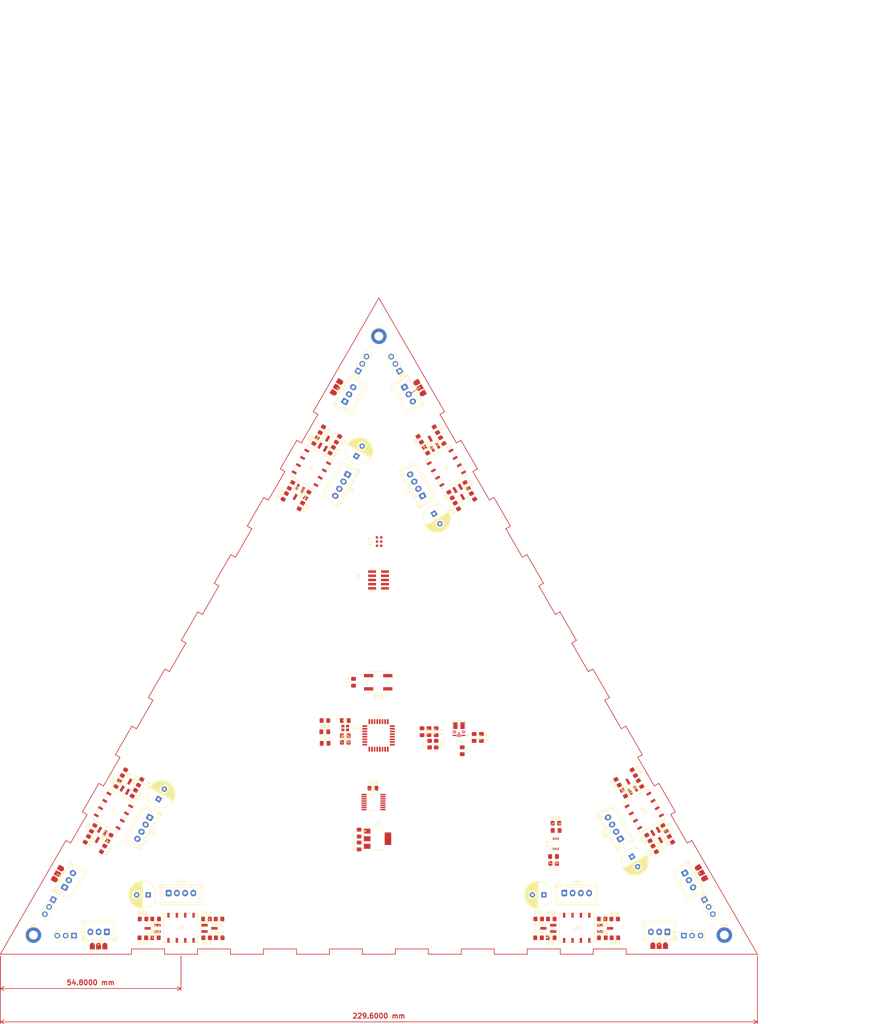
<source format=kicad_pcb>
(kicad_pcb (version 20221018) (generator pcbnew)
  (layers (0 "F.Cu" signal) (31 "B.Cu" signal) (34 "B.Paste" user) (35 "F.Paste" user) (36 "B.SilkS" user "B.Silkscreen") (37 "F.SilkS" user "F.Silkscreen") (38 "B.Mask" user) (39 "F.Mask" user) (44 "Edge.Cuts" user))
  (net 0 "")
  (net 1 "VDD")
  (net 2 "GND")
  (net 3 "+5V")
  (net 4 "Net-(U1-RT)")
  (net 5 "+3V3")
  (net 6 "/OSC_IN")
  (net 7 "/NRST")
  (net 8 "Net-(C16-Pad2)")
  (net 9 "Net-(D1-K)")
  (net 10 "Net-(D1-A)")
  (net 11 "Net-(D2-K)")
  (net 12 "Net-(D2-A)")
  (net 13 "Net-(D3-K)")
  (net 14 "Net-(D3-A)")
  (net 15 "Net-(D4-K)")
  (net 16 "Net-(D4-A)")
  (net 17 "Net-(D5-K)")
  (net 18 "Net-(D5-A)")
  (net 19 "Net-(D6-K)")
  (net 20 "Net-(D6-A)")
  (net 21 "Net-(D7-K)")
  (net 22 "Net-(D7-A)")
  (net 23 "Net-(D8-K)")
  (net 24 "Net-(D8-A)")
  (net 25 "Net-(D9-K)")
  (net 26 "Net-(D9-A)")
  (net 27 "Net-(D10-K)")
  (net 28 "Net-(D10-A)")
  (net 29 "Net-(D11-K)")
  (net 30 "Net-(D11-A)")
  (net 31 "Net-(D12-K)")
  (net 32 "Net-(D12-A)")
  (net 33 "/UART_3_TX")
  (net 34 "/UART_3_RX")
  (net 35 "/UART_2_TX")
  (net 36 "/UART_2_RX")
  (net 37 "/UART_1_TX")
  (net 38 "/UART_1_RX")
  (net 39 "/SWDIO")
  (net 40 "/SWDCLK")
  (net 44 "Net-(J14-Pin_2)")
  (net 45 "Net-(J10-Pin_2)")
  (net 46 "Net-(J11-Pin_2)")
  (net 47 "Net-(J13-Pin_2)")
  (net 48 "/UART_4_TX")
  (net 49 "/UART_5_RX")
  (net 51 "/UART_5_TX")
  (net 52 "/UART_6_TX")
  (net 53 "/UART_6_RX")
  (net 54 "Net-(Q1-G)")
  (net 55 "Net-(Q2-G)")
  (net 56 "Net-(Q3-G)")
  (net 57 "Net-(Q4-G)")
  (net 58 "Net-(Q5-G)")
  (net 59 "Net-(Q6-G)")
  (net 60 "Net-(Q7-G)")
  (net 61 "Net-(Q8-G)")
  (net 62 "Net-(Q9-G)")
  (net 63 "Net-(Q10-G)")
  (net 64 "Net-(Q11-G)")
  (net 65 "Net-(Q12-G)")
  (net 66 "Net-(U1-FB)")
  (net 67 "/OSC_OUT")
  (net 68 "Net-(U4-B1)")
  (net 69 "Net-(U4-B2)")
  (net 70 "/UART_4_RX")
  (net 72 "Net-(U1-SW-Pad5)")
  (net 74 "/UART_Multiplexer_TX")
  (net 75 "/UART_Multiplexer_RX")
  (net 82 "/LED_RET")
  (net 83 "/LED_SIG")
  (net 91 "/Multiplex_A")
  (net 92 "/Multiplex_B")
  (footprint "Connector_PinSocket_2.54mm:PinSocket_1x03_P2.54mm_Vertical" (layer "F.Cu") (at 45.854385 243.372995 -30)
    (fp_text reference "J11" (at 0 -2.77 150) (layer "F.SilkS"))
    (fp_text value "Conn_01x03_Female")
    (pad "1" thru_hole rect locked (at 0 0 330) (size 1.7 1.7) (drill 1) (layers "*.Cu" "*.Mask") (net 3 "+5V"))
    (pad "2" thru_hole oval locked (at 0 2.54 330) (size 1.7 1.7) (drill 1) (layers "*.Cu" "*.Mask") (net 46 "Net-(J11-Pin_2)"))
    (pad "3" thru_hole oval locked (at 0 5.08 330) (size 1.7 1.7) (drill 1) (layers "*.Cu" "*.Mask") (net 2 "GND"))
  )
  (footprint "Connector:Tag-Connect_TC2030-IDC-NL_2x03_P1.27mm_Vertical" (layer "F.Cu") (at 144.665 134.87 -90)
    (fp_text reference "J27" (at 0 2.7 90) (layer "F.SilkS"))
    (fp_text value "SWD_TAG_Connector")
    (pad "" np_thru_hole circle locked (at -2.54 0 270) (size 0.9906 0.9906) (drill 0.9906) (layers "*.Cu" "*.Mask"))
    (pad "" np_thru_hole circle locked (at 2.54 -1.016 270) (size 0.9906 0.9906) (drill 0.9906) (layers "*.Cu" "*.Mask"))
    (pad "" np_thru_hole circle locked (at 2.54 1.016 270) (size 0.9906 0.9906) (drill 0.9906) (layers "*.Cu" "*.Mask"))
    (pad "1" connect circle locked (at -1.27 0.635 270) (size 0.7874 0.7874) (layers "F.Cu" "F.Mask") (net 5 "+3V3"))
    (pad "2" connect circle locked (at -1.27 -0.635 270) (size 0.7874 0.7874) (layers "F.Cu" "F.Mask") (net 39 "/SWDIO"))
    (pad "3" connect circle locked (at 0 0.635 270) (size 0.7874 0.7874) (layers "F.Cu" "F.Mask") (net 7 "/NRST"))
    (pad "4" connect circle locked (at 0 -0.635 270) (size 0.7874 0.7874) (layers "F.Cu" "F.Mask") (net 40 "/SWDCLK"))
    (pad "5" connect circle locked (at 1.27 0.635 270) (size 0.7874 0.7874) (layers "F.Cu" "F.Mask") (net 2 "GND"))
    (pad "6" connect circle locked (at 1.27 -0.635 270) (size 0.7874 0.7874) (layers "F.Cu" "F.Mask"))
  )
  (footprint "Resistor_SMD:R_0805_2012Metric_Pad1.20x1.40mm_HandSolder" (layer "F.Cu") (at 198.3 220.2)
    (fp_text reference "R18" (at 0 -1.65) (layer "F.SilkS"))
    (fp_text value "TBD")
    (pad "1" smd roundrect (at -1 0) (size 1.2 1.4) (layers "F.Cu" "F.Paste" "F.Mask") (roundrect_rratio 0.208333) (net 68 "Net-(U4-B1)"))
    (pad "2" smd roundrect (at 1 0) (size 1.2 1.4) (layers "F.Cu" "F.Paste" "F.Mask") (roundrect_rratio 0.208333) (net 44 "Net-(J14-Pin_2)"))
  )
  (footprint "LED_SMD:LED_0805_2012Metric_Pad1.15x1.40mm_HandSolder" (layer "F.Cu") (at 212.373513 254.919496)
    (fp_text reference "D10" (at 0 -1.65) (layer "F.SilkS"))
    (fp_text value "LED")
    (pad "1" smd roundrect locked (at -1.025 0) (size 1.15 1.4) (layers "F.Cu" "F.Paste" "F.Mask") (roundrect_rratio 0.217391) (net 27 "Net-(D10-K)"))
    (pad "2" smd roundrect locked (at 1.025 0) (size 1.15 1.4) (layers "F.Cu" "F.Paste" "F.Mask") (roundrect_rratio 0.217391) (net 28 "Net-(D10-A)"))
  )
  (footprint "Capacitor_SMD:C_0805_2012Metric_Pad1.18x1.45mm_HandSolder" (layer "F.Cu") (at 198.3625 222.4)
    (fp_text reference "C17" (at 0 -1.68) (layer "F.SilkS"))
    (fp_text value "0.1uF")
    (pad "1" smd roundrect (at -1.0375 0) (size 1.175 1.45) (layers "F.Cu" "F.Paste" "F.Mask") (roundrect_rratio 0.212766) (net 3 "+5V"))
    (pad "2" smd roundrect (at 1.0375 0) (size 1.175 1.45) (layers "F.Cu" "F.Paste" "F.Mask") (roundrect_rratio 0.212766) (net 2 "GND"))
  )
  (footprint "Capacitor_SMD:C_0805_2012Metric_Pad1.18x1.45mm_HandSolder" (layer "F.Cu") (at 197.5625 230.3 180)
    (fp_text reference "C18" (at 0 -1.68) (layer "F.SilkS"))
    (fp_text value "0.1uF")
    (pad "1" smd roundrect (at -1.0375 0 180) (size 1.175 1.45) (layers "F.Cu" "F.Paste" "F.Mask") (roundrect_rratio 0.212766) (net 5 "+3V3"))
    (pad "2" smd roundrect (at 1.0375 0 180) (size 1.175 1.45) (layers "F.Cu" "F.Paste" "F.Mask") (roundrect_rratio 0.212766) (net 2 "GND"))
  )
  (footprint "Resistor_SMD:R_0805_2012Metric_Pad1.20x1.40mm_HandSolder" (layer "F.Cu") (at 193.080076 249.230523 180)
    (fp_text reference "R33" (at 0 -1.65) (layer "F.SilkS"))
    (fp_text value "10k")
    (pad "1" smd roundrect locked (at -1 0 180) (size 1.2 1.4) (layers "F.Cu" "F.Paste" "F.Mask") (roundrect_rratio 0.208333) (net 62 "Net-(Q9-G)"))
    (pad "2" smd roundrect locked (at 1 0 180) (size 1.2 1.4) (layers "F.Cu" "F.Paste" "F.Mask") (roundrect_rratio 0.208333) (net 2 "GND"))
  )
  (footprint "Capacitor_SMD:C_0805_2012Metric_Pad1.18x1.45mm_HandSolder" (layer "F.Cu") (at 134.4 193.7 180)
    (fp_text reference "C16" (at 0 -1.68) (layer "F.SilkS"))
    (fp_text value "DNP")
    (pad "1" smd roundrect (at -1.0375 0 180) (size 1.175 1.45) (layers "F.Cu" "F.Paste" "F.Mask") (roundrect_rratio 0.212766) (net 2 "GND"))
    (pad "2" smd roundrect (at 1.0375 0 180) (size 1.175 1.45) (layers "F.Cu" "F.Paste" "F.Mask") (roundrect_rratio 0.212766) (net 8 "Net-(C16-Pad2)"))
  )
  (footprint "Connector_JST:JST_XH_B4B-XH-A_1x04_P2.50mm_Vertical" (layer "F.Cu") (at 217.83188 224.951903 120)
    (fp_text reference "J28" (at 3.75 -3.55 120) (layer "F.SilkS"))
    (fp_text value "Conn_Alt_8")
    (pad "1" thru_hole roundrect locked (at 0 0 120) (size 1.7 1.95) (drill 0.95) (layers "*.Cu" "*.Mask") (roundrect_rratio 0.147059) (net 1 "VDD"))
    (pad "2" thru_hole oval locked (at 2.5 0 120) (size 1.7 1.95) (drill 0.95) (layers "*.Cu" "*.Mask") (net 48 "/UART_4_TX"))
    (pad "3" thru_hole oval locked (at 5 0 120) (size 1.7 1.95) (drill 0.95) (layers "*.Cu" "*.Mask") (net 70 "/UART_4_RX"))
    (pad "4" thru_hole oval locked (at 7.5 0 120) (size 1.7 1.95) (drill 0.95) (layers "*.Cu" "*.Mask") (net 2 "GND"))
  )
  (footprint "Capacitor_THT:CP_Radial_D8.0mm_P3.50mm" (layer "F.Cu") (at 161.336543 126.429815 -60)
    (fp_text reference "C20" (at 1.75 -5.25 120) (layer "F.SilkS"))
    (fp_text value "100uF")
    (pad "1" thru_hole rect locked (at 0 0 300) (size 1.6 1.6) (drill 0.8) (layers "*.Cu" "*.Mask") (net 1 "VDD"))
    (pad "2" thru_hole circle locked (at 3.5 0 300) (size 1.6 1.6) (drill 0.8) (layers "*.Cu" "*.Mask") (net 2 "GND"))
  )
  (footprint "Resistor_SMD:R_0805_2012Metric_Pad1.20x1.40mm_HandSolder" (layer "F.Cu") (at 233.143594 225.083616 120)
    (fp_text reference "R28" (at 0 -1.65 120) (layer "F.SilkS"))
    (fp_text value "R")
    (pad "1" smd roundrect locked (at -1 0 120) (size 1.2 1.4) (layers "F.Cu" "F.Paste" "F.Mask") (roundrect_rratio 0.208333) (net 3 "+5V"))
    (pad "2" smd roundrect locked (at 1 0 120) (size 1.2 1.4) (layers "F.Cu" "F.Paste" "F.Mask") (roundrect_rratio 0.208333) (net 22 "Net-(D7-A)"))
  )
  (footprint "Crystal:Crystal_SMD_2016-4Pin_2.0x1.6mm" (layer "F.Cu") (at 134.4 191.35)
    (fp_text reference "Y1" (at 0 -2) (layer "F.SilkS"))
    (fp_text value "Crystal_GND24")
    (pad "1" smd rect (at -0.7 0.55) (size 0.9 0.8) (layers "F.Cu" "F.Paste" "F.Mask") (net 8 "Net-(C16-Pad2)"))
    (pad "2" smd rect (at 0.7 0.55) (size 0.9 0.8) (layers "F.Cu" "F.Paste" "F.Mask") (net 2 "GND"))
    (pad "3" smd rect (at 0.7 -0.55) (size 0.9 0.8) (layers "F.Cu" "F.Paste" "F.Mask") (net 6 "/OSC_IN"))
    (pad "4" smd rect (at -0.7 -0.55) (size 0.9 0.8) (layers "F.Cu" "F.Paste" "F.Mask") (net 2 "GND"))
  )
  (footprint "Package_TO_SOT_SMD:SOT-23_Handsoldering" (layer "F.Cu") (at 128.3 104.976951 60)
    (fp_text reference "Q5" (at 0 -2.5 60) (layer "F.SilkS"))
    (fp_text value "NMOS")
    (pad "1" smd rect locked (at -1.5 -0.95 60) (size 1.9 0.8) (layers "F.Cu" "F.Paste" "F.Mask") (net 17 "Net-(D5-K)"))
    (pad "2" smd rect locked (at -1.5 0.95 60) (size 1.9 0.8) (layers "F.Cu" "F.Paste" "F.Mask") (net 58 "Net-(Q5-G)"))
    (pad "3" smd rect locked (at 1.5 0 60) (size 1.9 0.8) (layers "F.Cu" "F.Paste" "F.Mask") (net 2 "GND"))
  )
  (footprint "Connector_JST:JST_XH_B3B-XH-A_1x03_P2.50mm_Vertical" (layer "F.Cu") (at 237.390473 235.31038 -60)
    (fp_text reference "J14" (at 2.5 -3.55 120) (layer "F.SilkS"))
    (fp_text value "Conn_01x03_Female")
    (pad "1" thru_hole roundrect locked (at 0 0 300) (size 1.7 1.95) (drill 0.95) (layers "*.Cu" "*.Mask") (roundrect_rratio 0.147059) (net 3 "+5V"))
    (pad "2" thru_hole oval locked (at 2.5 0 300) (size 1.7 1.95) (drill 0.95) (layers "*.Cu" "*.Mask") (net 44 "Net-(J14-Pin_2)"))
    (pad "3" thru_hole oval locked (at 5 0 300) (size 1.7 1.95) (drill 0.95) (layers "*.Cu" "*.Mask") (net 2 "GND"))
  )
  (footprint "Resistor_SMD:R_0805_2012Metric_Pad1.20x1.40mm_HandSolder" (layer "F.Cu") (at 127.3 100.976951 -120)
    (fp_text reference "R19" (at 0 -1.65 60) (layer "F.SilkS"))
    (fp_text value "R")
    (pad "1" smd roundrect locked (at -1 0 240) (size 1.2 1.4) (layers "F.Cu" "F.Paste" "F.Mask") (roundrect_rratio 0.208333) (net 3 "+5V"))
    (pad "2" smd roundrect locked (at 1 0 240) (size 1.2 1.4) (layers "F.Cu" "F.Paste" "F.Mask") (roundrect_rratio 0.208333) (net 18 "Net-(D5-A)"))
  )
  (footprint "Capacitor_THT:CP_Radial_D8.0mm_P3.50mm" (layer "F.Cu") (at 221.336543 230.352864 -60)
    (fp_text reference "C8" (at 1.75 -5.25 120) (layer "F.SilkS"))
    (fp_text value "100uF")
    (pad "1" thru_hole rect locked (at 0 0 300) (size 1.6 1.6) (drill 0.8) (layers "*.Cu" "*.Mask") (net 1 "VDD"))
    (pad "2" thru_hole circle locked (at 3.5 0 300) (size 1.6 1.6) (drill 0.8) (layers "*.Cu" "*.Mask") (net 2 "GND"))
  )
  (footprint "LED_SMD:LED_0805_2012Metric_Pad1.15x1.40mm_HandSolder" (layer "F.Cu") (at 223.8 208.2 120)
    (fp_text reference "D8" (at 0 -1.65 120) (layer "F.SilkS"))
    (fp_text value "LED")
    (pad "1" smd roundrect locked (at -1.025 0 120) (size 1.15 1.4) (layers "F.Cu" "F.Paste" "F.Mask") (roundrect_rratio 0.217391) (net 23 "Net-(D8-K)"))
    (pad "2" smd roundrect locked (at 1.025 0 120) (size 1.15 1.4) (layers "F.Cu" "F.Paste" "F.Mask") (roundrect_rratio 0.217391) (net 24 "Net-(D8-A)"))
  )
  (footprint "Resistor_SMD:R_0805_2012Metric_Pad1.20x1.40mm_HandSolder" (layer "F.Cu") (at 161.9 100.976951 -60)
    (fp_text reference "R2" (at 0 -1.65 120) (layer "F.SilkS"))
    (fp_text value "R")
    (pad "1" smd roundrect locked (at -1 0 300) (size 1.2 1.4) (layers "F.Cu" "F.Paste" "F.Mask") (roundrect_rratio 0.208333) (net 3 "+5V"))
    (pad "2" smd roundrect locked (at 1 0 300) (size 1.2 1.4) (layers "F.Cu" "F.Paste" "F.Mask") (roundrect_rratio 0.208333) (net 12 "Net-(D2-A)"))
  )
  (footprint "LED_SMD:LED_0805_2012Metric_Pad1.15x1.40mm_HandSolder" (layer "F.Cu") (at 92.31204 249.225971)
    (fp_text reference "D12" (at 0 -1.65) (layer "F.SilkS"))
    (fp_text value "LED")
    (pad "1" smd roundrect locked (at -1.025 0) (size 1.15 1.4) (layers "F.Cu" "F.Paste" "F.Mask") (roundrect_rratio 0.217391) (net 31 "Net-(D12-K)"))
    (pad "2" smd roundrect locked (at 1.025 0) (size 1.15 1.4) (layers "F.Cu" "F.Paste" "F.Mask") (roundrect_rratio 0.217391) (net 32 "Net-(D12-A)"))
  )
  (footprint "Resistor_SMD:R_0805_2012Metric_Pad1.20x1.40mm_HandSolder" (layer "F.Cu") (at 56.056406 225.083616 -120)
    (fp_text reference "R10" (at 0 -1.65 60) (layer "F.SilkS"))
    (fp_text value "R")
    (pad "1" smd roundrect locked (at -1 0 240) (size 1.2 1.4) (layers "F.Cu" "F.Paste" "F.Mask") (roundrect_rratio 0.208333) (net 3 "+5V"))
    (pad "2" smd roundrect locked (at 1 0 240) (size 1.2 1.4) (layers "F.Cu" "F.Paste" "F.Mask") (roundrect_rratio 0.208333) (net 16 "Net-(D4-A)"))
  )
  (footprint "Connector_JST:JST_XH_B4B-XH-A_1x04_P2.50mm_Vertical" (layer "F.Cu") (at 200.85 241.375)
    (fp_text reference "J30" (at 3.75 -3.55) (layer "F.SilkS"))
    (fp_text value "Conn_Alt_4")
    (pad "1" thru_hole roundrect locked (at 0 0) (size 1.7 1.95) (drill 0.95) (layers "*.Cu" "*.Mask") (roundrect_rratio 0.147059) (net 1 "VDD"))
    (pad "2" thru_hole oval locked (at 2.5 0) (size 1.7 1.95) (drill 0.95) (layers "*.Cu" "*.Mask") (net 51 "/UART_5_TX"))
    (pad "3" thru_hole oval locked (at 5 0) (size 1.7 1.95) (drill 0.95) (layers "*.Cu" "*.Mask") (net 49 "/UART_5_RX"))
    (pad "4" thru_hole oval locked (at 7.5 0) (size 1.7 1.95) (drill 0.95) (layers "*.Cu" "*.Mask") (net 2 "GND"))
  )
  (footprint "Package_TO_SOT_SMD:SOT-23_Handsoldering" (layer "F.Cu") (at 93.217296 252.058022)
    (fp_text reference "Q12" (at 0 -2.5) (layer "F.SilkS"))
    (fp_text value "NMOS")
    (pad "1" smd rect locked (at -1.5 -0.95) (size 1.9 0.8) (layers "F.Cu" "F.Paste" "F.Mask") (net 31 "Net-(D12-K)"))
    (pad "2" smd rect locked (at -1.5 0.95) (size 1.9 0.8) (layers "F.Cu" "F.Paste" "F.Mask") (net 65 "Net-(Q12-G)"))
    (pad "3" smd rect locked (at 1.5 0) (size 1.9 0.8) (layers "F.Cu" "F.Paste" "F.Mask") (net 2 "GND"))
  )
  (footprint "Resistor_SMD:R_0805_2012Metric_Pad1.20x1.40mm_HandSolder" (layer "F.Cu") (at 132.2 103.876951 60)
    (fp_text reference "R17" (at 0 -1.65 60) (layer "F.SilkS"))
    (fp_text value "10k")
    (pad "1" smd roundrect locked (at -1 0 60) (size 1.2 1.4) (layers "F.Cu" "F.Paste" "F.Mask") (roundrect_rratio 0.208333) (net 58 "Net-(Q5-G)"))
    (pad "2" smd roundrect locked (at 1 0 60) (size 1.2 1.4) (layers "F.Cu" "F.Paste" "F.Mask") (roundrect_rratio 0.208333) (net 2 "GND"))
  )
  (footprint "Resistor_SMD:R_0805_2012Metric_Pad1.20x1.40mm_HandSolder" (layer "F.Cu") (at 67.3 204.9 -120)
    (fp_text reference "R9" (at 0 -1.65 60) (layer "F.SilkS"))
    (fp_text value "R")
    (pad "1" smd roundrect locked (at -1 0 240) (size 1.2 1.4) (layers "F.Cu" "F.Paste" "F.Mask") (roundrect_rratio 0.208333) (net 3 "+5V"))
    (pad "2" smd roundrect locked (at 1 0 240) (size 1.2 1.4) (layers "F.Cu" "F.Paste" "F.Mask") (roundrect_rratio 0.208333) (net 14 "Net-(D3-A)"))
  )
  (footprint "Resistor_SMD:R_0805_2012Metric_Pad1.20x1.40mm_HandSolder" (layer "F.Cu") (at 161.9875 196.25 -90)
    (fp_text reference "R3" (at 0 -1.65 90) (layer "F.SilkS"))
    (fp_text value "40.2k")
    (pad "1" smd roundrect (at -1 0 270) (size 1.2 1.4) (layers "F.Cu" "F.Paste" "F.Mask") (roundrect_rratio 0.208333) (net 3 "+5V"))
    (pad "2" smd roundrect (at 1 0 270) (size 1.2 1.4) (layers "F.Cu" "F.Paste" "F.Mask") (roundrect_rratio 0.208333) (net 66 "Net-(U1-FB)"))
  )
  (footprint "Resistor_SMD:R_0805_2012Metric_Pad1.20x1.40mm_HandSolder" (layer "F.Cu") (at 226.343594 224.683616 120)
    (fp_text reference "R26" (at 0 -1.65 120) (layer "F.SilkS"))
    (fp_text value "0")
    (pad "1" smd roundrect locked (at -1 0 120) (size 1.2 1.4) (layers "F.Cu" "F.Paste" "F.Mask") (roundrect_rratio 0.208333) (net 60 "Net-(Q7-G)"))
    (pad "2" smd roundrect locked (at 1 0 120) (size 1.2 1.4) (layers "F.Cu" "F.Paste" "F.Mask") (roundrect_rratio 0.208333) (net 48 "/UART_4_TX"))
  )
  (footprint "LED_SMD:LED_0805_2012Metric_Pad1.15x1.40mm_HandSolder" (layer "F.Cu") (at 171.243594 117.860567 -60)
    (fp_text reference "D1" (at 0 -1.65 120) (layer "F.SilkS"))
    (fp_text value "LED")
    (pad "1" smd roundrect locked (at -1.025 0 300) (size 1.15 1.4) (layers "F.Cu" "F.Paste" "F.Mask") (roundrect_rratio 0.217391) (net 9 "Net-(D1-K)"))
    (pad "2" smd roundrect locked (at 1.025 0 300) (size 1.15 1.4) (layers "F.Cu" "F.Paste" "F.Mask") (roundrect_rratio 0.217391) (net 10 "Net-(D1-A)"))
  )
  (footprint "LED_SMD:LED_0805_2012Metric_Pad1.15x1.40mm_HandSolder" (layer "F.Cu") (at 196.826487 254.919496 180)
    (fp_text reference "D9" (at 0 -1.65) (layer "F.SilkS"))
    (fp_text value "LED")
    (pad "1" smd roundrect locked (at -1.025 0 180) (size 1.15 1.4) (layers "F.Cu" "F.Paste" "F.Mask") (roundrect_rratio 0.217391) (net 25 "Net-(D9-K)"))
    (pad "2" smd roundrect locked (at 1.025 0 180) (size 1.15 1.4) (layers "F.Cu" "F.Paste" "F.Mask") (roundrect_rratio 0.217391) (net 26 "Net-(D9-A)"))
  )
  (footprint "LED_SMD:LED_0805_2012Metric_Pad1.15x1.40mm_HandSolder" (layer "F.Cu") (at 125.4 104.276951 60)
    (fp_text reference "D5" (at 0 -1.65 60) (layer "F.SilkS"))
    (fp_text value "LED")
    (pad "1" smd roundrect locked (at -1.025 0 60) (size 1.15 1.4) (layers "F.Cu" "F.Paste" "F.Mask") (roundrect_rratio 0.217391) (net 17 "Net-(D5-K)"))
    (pad "2" smd roundrect locked (at 1.025 0 60) (size 1.15 1.4) (layers "F.Cu" "F.Paste" "F.Mask") (roundrect_rratio 0.217391) (net 18 "Net-(D5-A)"))
  )
  (footprint "Capacitor_SMD:C_0805_2012Metric_Pad1.18x1.45mm_HandSolder" (layer "F.Cu") (at 136.9 177.5 90)
    (fp_text reference "C15" (at 0 -1.68 90) (layer "F.SilkS"))
    (fp_text value "100nF")
    (pad "1" smd roundrect locked (at -1.0375 0 90) (size 1.175 1.45) (layers "F.Cu" "F.Paste" "F.Mask") (roundrect_rratio 0.212766) (net 7 "/NRST"))
    (pad "2" smd roundrect locked (at 1.0375 0 90) (size 1.175 1.45) (layers "F.Cu" "F.Paste" "F.Mask") (roundrect_rratio 0.212766) (net 2 "GND"))
  )
  (footprint "Package_TO_SOT_SMD:SOT-23_Handsoldering" (layer "F.Cu") (at 75.982704 252.058022 180)
    (fp_text reference "Q11" (at 0 -2.5) (layer "F.SilkS"))
    (fp_text value "NMOS")
    (pad "1" smd rect locked (at -1.5 -0.95 180) (size 1.9 0.8) (layers "F.Cu" "F.Paste" "F.Mask") (net 29 "Net-(D11-K)"))
    (pad "2" smd rect locked (at -1.5 0.95 180) (size 1.9 0.8) (layers "F.Cu" "F.Paste" "F.Mask") (net 64 "Net-(Q11-G)"))
    (pad "3" smd rect locked (at 1.5 0 180) (size 1.9 0.8) (layers "F.Cu" "F.Paste" "F.Mask") (net 2 "GND"))
  )
  (footprint "Capacitor_THT:CP_Radial_D8.0mm_P3.50mm" (layer "F.Cu") (at 137.784011 108.988408 60)
    (fp_text reference "C1" (at 1.75 -5.25 60) (layer "F.SilkS"))
    (fp_text value "100uF")
    (pad "1" thru_hole rect locked (at 0 0 60) (size 1.6 1.6) (drill 0.8) (layers "*.Cu" "*.Mask") (net 1 "VDD"))
    (pad "2" thru_hole circle locked (at 3.5 0 60) (size 1.6 1.6) (drill 0.8) (layers "*.Cu" "*.Mask") (net 2 "GND"))
  )
  (footprint "Resistor_SMD:R_0805_2012Metric_Pad1.20x1.40mm_HandSolder" (layer "F.Cu") (at 221.9 204.9 -60)
    (fp_text reference "R29" (at 0 -1.65 120) (layer "F.SilkS"))
    (fp_text value "R")
    (pad "1" smd roundrect locked (at -1 0 300) (size 1.2 1.4) (layers "F.Cu" "F.Paste" "F.Mask") (roundrect_rratio 0.208333) (net 3 "+5V"))
    (pad "2" smd roundrect locked (at 1 0 300) (size 1.2 1.4) (layers "F.Cu" "F.Paste" "F.Mask") (roundrect_rratio 0.208333) (net 24 "Net-(D8-A)"))
  )
  (footprint "Resistor_SMD:R_0805_2012Metric_Pad1.20x1.40mm_HandSolder" (layer "F.Cu") (at 73.018602 254.924047 180)
    (fp_text reference "R39" (at 0 -1.65) (layer "F.SilkS"))
    (fp_text value "10k")
    (pad "1" smd roundrect locked (at -1 0 180) (size 1.2 1.4) (layers "F.Cu" "F.Paste" "F.Mask") (roundrect_rratio 0.208333) (net 64 "Net-(Q11-G)"))
    (pad "2" smd roundrect locked (at 1 0 180) (size 1.2 1.4) (layers "F.Cu" "F.Paste" "F.Mask") (roundrect_rratio 0.208333) (net 2 "GND"))
  )
  (footprint "Connector_JST:JST_XH_B3B-XH-A_1x03_P2.50mm_Vertical" (layer "F.Cu") (at 49.309528 239.640507 60)
    (fp_text reference "J17" (at 2.5 -3.55 60) (layer "F.SilkS"))
    (fp_text value "Conn_01x03_Female")
    (pad "1" thru_hole roundrect locked (at 0 0 60) (size 1.7 1.95) (drill 0.95) (layers "*.Cu" "*.Mask") (roundrect_rratio 0.147059) (net 3 "+5V"))
    (pad "2" thru_hole oval locked (at 2.5 0 60) (size 1.7 1.95) (drill 0.95) (layers "*.Cu" "*.Mask") (net 46 "Net-(J11-Pin_2)"))
    (pad "3" thru_hole oval locked (at 5 0 60) (size 1.7 1.95) (drill 0.95) (layers "*.Cu" "*.Mask") (net 2 "GND"))
  )
  (footprint "Capacitor_SMD:C_0805_2012Metric_Pad1.18x1.45mm_HandSolder" (layer "F.Cu") (at 134.4 189.1)
    (fp_text reference "C12" (at 3.3375 2.02) (layer "F.SilkS"))
    (fp_text value "DNP")
    (pad "1" smd roundrect (at -1.0375 0) (size 1.175 1.45) (layers "F.Cu" "F.Paste" "F.Mask") (roundrect_rratio 0.212766) (net 2 "GND"))
    (pad "2" smd roundrect (at 1.0375 0) (size 1.175 1.45) (layers "F.Cu" "F.Paste" "F.Mask") (roundrect_rratio 0.212766) (net 6 "/OSC_IN"))
  )
  (footprint "Package_TO_SOT_SMD:SOT-223-3_TabPin2" (layer "F.Cu") (at 144.2 224.9)
    (fp_text reference "U3" (at 0 -4.5) (layer "F.SilkS"))
    (fp_text value "AP7361C-33E")
    (pad "1" smd rect (at -3.15 -2.3) (size 2 1.5) (layers "F.Cu" "F.Paste" "F.Mask") (net 3 "+5V"))
    (pad "2" smd rect (at -3.15 0) (size 2 1.5) (layers "F.Cu" "F.Paste" "F.Mask") (net 2 "GND"))
    (pad "2" smd rect (at 3.15 0) (size 2 3.8) (layers "F.Cu" "F.Paste" "F.Mask") (net 2 "GND"))
    (pad "3" smd rect (at -3.15 2.3) (size 2 1.5) (layers "F.Cu" "F.Paste" "F.Mask") (net 5 "+3V3"))
  )
  (footprint "Resistor_SMD:R_0805_2012Metric_Pad1.20x1.40mm_HandSolder" (layer "F.Cu") (at 197.6 232.4 180)
    (fp_text reference "R25" (at 0 -1.65) (layer "F.SilkS"))
    (fp_text value "0")
    (pad "1" smd roundrect (at -1 0 180) (size 1.2 1.4) (layers "F.Cu" "F.Paste" "F.Mask") (roundrect_rratio 0.208333) (net 47 "Net-(J13-Pin_2)"))
    (pad "2" smd roundrect (at 1 0 180) (size 1.2 1.4) (layers "F.Cu" "F.Paste" "F.Mask") (roundrect_rratio 0.208333) (net 69 "Net-(U4-B2)"))
  )
  (footprint "LED_SMD:LED_0805_2012Metric_Pad1.15x1.40mm_HandSolder" (layer "F.Cu") (at 76.88796 249.225971 180)
    (fp_text reference "D11" (at 0 -1.65) (layer "F.SilkS"))
    (fp_text value "LED")
    (pad "1" smd roundrect locked (at -1.025 0 180) (size 1.15 1.4) (layers "F.Cu" "F.Paste" "F.Mask") (roundrect_rratio 0.217391) (net 29 "Net-(D11-K)"))
    (pad "2" smd roundrect locked (at 1.025 0 180) (size 1.15 1.4) (layers "F.Cu" "F.Paste" "F.Mask") (roundrect_rratio 0.217391) (net 30 "Net-(D11-A)"))
  )
  (footprint "Resistor_SMD:R_0805_2012Metric_Pad1.20x1.40mm_HandSolder" (layer "F.Cu") (at 216.119924 249.230523)
    (fp_text reference "R36" (at 0 -1.65) (layer "F.SilkS"))
    (fp_text value "10k")
    (pad "1" smd roundrect locked (at -1 0) (size 1.2 1.4) (layers "F.Cu" "F.Paste" "F.Mask") (roundrect_rratio 0.208333) (net 63 "Net-(Q10-G)"))
    (pad "2" smd roundrect locked (at 1 0) (size 1.2 1.4) (layers "F.Cu" "F.Paste" "F.Mask") (roundrect_rratio 0.208333) (net 2 "GND"))
  )
  (footprint "LED_SMD:LED_0805_2012Metric_Pad1.15x1.40mm_HandSolder" (layer "F.Cu") (at 65.4 208.2 60)
    (fp_text reference "D3" (at 0 -1.65 60) (layer "F.SilkS"))
    (fp_text value "LED")
    (pad "1" smd roundrect locked (at -1.025 0 60) (size 1.15 1.4) (layers "F.Cu" "F.Paste" "F.Mask") (roundrect_rratio 0.217391) (net 13 "Net-(D3-K)"))
    (pad "2" smd roundrect locked (at 1.025 0 60) (size 1.15 1.4) (layers "F.Cu" "F.Paste" "F.Mask") (roundrect_rratio 0.217391) (net 14 "Net-(D3-A)"))
  )
  (footprint "Package_QFP:LQFP-32_7x7mm_P0.8mm" (layer "F.Cu") (at 144.5 193.6)
    (fp_text reference "U2" (at 0 -5.88) (layer "F.SilkS"))
    (fp_text value "STM32G070KBT6")
    (pad "1" smd roundrect locked (at -4.175 -2.8) (size 1.5 0.5) (layers "F.Cu" "F.Paste" "F.Mask") (net 34 "/UART_3_RX"))
    (pad "2" smd roundrect locked (at -4.175 -2) (size 1.5 0.5) (layers "F.Cu" "F.Paste" "F.Mask") (net 6 "/OSC_IN"))
    (pad "3" smd roundrect locked (at -4.175 -1.2) (size 1.5 0.5) (layers "F.Cu" "F.Paste" "F.Mask") (net 67 "/OSC_OUT"))
    (pad "4" smd roundrect locked (at -4.175 -0.4) (size 1.5 0.5) (layers "F.Cu" "F.Paste" "F.Mask") (net 5 "+3V3"))
    (pad "5" smd roundrect locked (at -4.175 0.4) (size 1.5 0.5) (layers "F.Cu" "F.Paste" "F.Mask") (net 2 "GND"))
    (pad "6" smd roundrect locked (at -4.175 1.2) (size 1.5 0.5) (layers "F.Cu" "F.Paste" "F.Mask") (net 7 "/NRST"))
    (pad "7" smd roundrect locked (at -4.175 2) (size 1.5 0.5) (layers "F.Cu" "F.Paste" "F.Mask") (net 74 "/UART_Multiplexer_TX"))
    (pad "8" smd roundrect locked (at -4.175 2.8) (size 1.5 0.5) (layers "F.Cu" "F.Paste" "F.Mask") (net 75 "/UART_Multiplexer_RX"))
    (pad "9" smd roundrect locked (at -2.8 4.175) (size 0.5 1.5) (layers "F.Cu" "F.Paste" "F.Mask") (net 35 "/UART_2_TX"))
    (pad "10" smd roundrect locked (at -2 4.175) (size 0.5 1.5) (layers "F.Cu" "F.Paste" "F.Mask") (net 36 "/UART_2_RX"))
    (pad "11" smd roundrect locked (at -1.2 4.175) (size 0.5 1.5) (layers "F.Cu" "F.Paste" "F.Mask"))
    (pad "12" smd roundrect locked (at -0.4 4.175) (size 0.5 1.5) (layers "F.Cu" "F.Paste" "F.Mask"))
    (pad "13" smd roundrect locked (at 0.4 4.175) (size 0.5 1.5) (layers "F.Cu" "F.Paste" "F.Mask") (net 91 "/Multiplex_A"))
    (pad "14" smd roundrect locked (at 1.2 4.175) (size 0.5 1.5) (layers "F.Cu" "F.Paste" "F.Mask") (net 92 "/Multiplex_B"))
    (pad "15" smd roundrect locked (at 2 4.175) (size 0.5 1.5) (layers "F.Cu" "F.Paste" "F.Mask"))
    (pad "16" smd roundrect locked (at 2.8 4.175) (size 0.5 1.5) (layers "F.Cu" "F.Paste" "F.Mask"))
    (pad "17" smd roundrect locked (at 4.175 2.8) (size 1.5 0.5) (layers "F.Cu" "F.Paste" "F.Mask") (net 82 "/LED_RET"))
    (pad "18" smd roundrect locked (at 4.175 2) (size 1.5 0.5) (layers "F.Cu" "F.Paste" "F.Mask") (net 83 "/LED_SIG"))
    (pad "19" smd roundrect locked (at 4.175 1.2) (size 1.5 0.5) (layers "F.Cu" "F.Paste" "F.Mask") (net 37 "/UART_1_TX"))
    (pad "20" smd roundrect locked (at 4.175 0.4) (size 1.5 0.5) (layers "F.Cu" "F.Paste" "F.Mask"))
    (pad "21" smd roundrect locked (at 4.175 -0.4) (size 1.5 0.5) (layers "F.Cu" "F.Paste" "F.Mask") (net 38 "/UART_1_RX"))
    (pad "22" smd roundrect locked (at 4.175 -1.2) (size 1.5 0.5) (layers "F.Cu" "F.Paste" "F.Mask"))
    (pad "23" smd roundrect locked (at 4.175 -2) (size 1.5 0.5) (layers "F.Cu" "F.Paste" "F.Mask"))
    (pad "24" smd roundrect locked (at 4.175 -2.8) (size 1.5 0.5) (layers "F.Cu" "F.Paste" "F.Mask") (net 39 "/SWDIO"))
    (pad "25" smd roundrect locked (at 2.8 -4.175) (size 0.5 1.5) (layers "F.Cu" "F.Paste" "F.Mask") (net 40 "/SWDCLK"))
    (pad "26" smd roundrect locked (at 2 -4.175) (size 0.5 1.5) (layers "F.Cu" "F.Paste" "F.Mask"))
    (pad "27" smd roundrect locked (at 1.2 -4.175) (size 0.5 1.5) (layers "F.Cu" "F.Paste" "F.Mask"))
    (pad "28" smd roundrect locked (at 0.4 -4.175) (size 0.5 1.5) (layers "F.Cu" "F.Paste" "F.Mask"))
    (pad "29" smd roundrect locked (at -0.4 -4.175) (size 0.5 1.5) (layers "F.Cu" "F.Paste" "F.Mask"))
    (pad "30" smd roundrect locked (at -1.2 -4.175) (size 0.5 1.5) (layers "F.Cu" "F.Paste" "F.Mask"))
    (pad "31" smd roundrect locked (at -2 -4.175) (size 0.5 1.5) (layers "F.Cu" "F.Paste" "F.Mask"))
    (pad "32" smd roundrect locked (at -2.8 -4.175) (size 0.5 1.5) (layers "F.Cu" "F.Paste" "F.Mask") (net 33 "/UART_3_TX"))
  )
  (footprint "Resistor_SMD:R_0805_2012Metric_Pad1.20x1.40mm_HandSolder" (layer "F.Cu") (at 92.373513 254.919496 180)
    (fp_text reference "R43" (at 0 -1.65) (layer "F.SilkS"))
    (fp_text value "0")
    (pad "1" smd roundrect locked (at -1 0 180) (size 1.2 1.4) (layers "F.Cu" "F.Paste" "F.Mask") (roundrect_rratio 0.208333) (net 65 "Net-(Q12-G)"))
    (pad "2" smd roundrect locked (at 1 0 180) (size 1.2 1.4) (layers "F.Cu" "F.Paste" "F.Mask") (roundrect_rratio 0.208333) (net 53 "/UART_6_RX"))
  )
  (footprint "Resistor_SMD:R_0805_2012Metric_Pad1.20x1.40mm_HandSolder" (layer "F.Cu") (at 212.31204 249.225971 180)
    (fp_text reference "R37" (at 0 -1.65) (layer "F.SilkS"))
    (fp_text value "0")
    (pad "1" smd roundrect locked (at -1 0 180) (size 1.2 1.4) (layers "F.Cu" "F.Paste" "F.Mask") (roundrect_rratio 0.208333) (net 63 "Net-(Q10-G)"))
    (pad "2" smd roundrect locked (at 1 0 180) (size 1.2 1.4) (layers "F.Cu" "F.Paste" "F.Mask") (roundrect_rratio 0.208333) (net 49 "/UART_5_RX"))
  )
  (footprint "Capacitor_THT:CP_Radial_D8.0mm_P3.50mm" (layer "F.Cu") (at 77.784011 212.911457 60)
    (fp_text reference "C22" (at 1.75 -5.25 60) (layer "F.SilkS"))
    (fp_text value "100uF")
    (pad "1" thru_hole rect locked (at 0 0 60) (size 1.6 1.6) (drill 0.8) (layers "*.Cu" "*.Mask") (net 1 "VDD"))
    (pad "2" thru_hole circle locked (at 3.5 0 60) (size 1.6 1.6) (drill 0.8) (layers "*.Cu" "*.Mask") (net 2 "GND"))
  )
  (footprint "Package_SO:VSSOP-8_2.4x2.1mm_P0.5mm" (layer "F.Cu") (at 198.25 226.45 90)
    (fp_text reference "U4" (at 0 -2.54 90) (layer "F.SilkS"))
    (fp_text value "TXB0102DCU")
    (pad "1" smd rect (at -1.55 -0.75 90) (size 0.75 0.25) (layers "F.Cu" "F.Paste" "F.Mask") (net 69 "Net-(U4-B2)"))
    (pad "2" smd rect (at -1.55 -0.25 90) (size 0.75 0.25) (layers "F.Cu" "F.Paste" "F.Mask") (net 2 "GND"))
    (pad "3" smd rect (at -1.55 0.25 90) (size 0.75 0.25) (layers "F.Cu" "F.Paste" "F.Mask") (net 5 "+3V3"))
    (pad "4" smd rect (at -1.55 0.75 90) (size 0.75 0.25) (layers "F.Cu" "F.Paste" "F.Mask") (net 82 "/LED_RET"))
    (pad "5" smd rect (at 1.55 0.75 90) (size 0.75 0.25) (layers "F.Cu" "F.Paste" "F.Mask") (net 83 "/LED_SIG"))
    (pad "6" smd rect (at 1.55 0.25 90) (size 0.75 0.25) (layers "F.Cu" "F.Paste" "F.Mask") (net 5 "+3V3"))
    (pad "7" smd rect (at 1.55 -0.25 90) (size 0.75 0.25) (layers "F.Cu" "F.Paste" "F.Mask") (net 3 "+5V"))
    (pad "8" smd rect (at 1.55 -0.75 90) (size 0.75 0.25) (layers "F.Cu" "F.Paste" "F.Mask") (net 68 "Net-(U4-B1)"))
  )
  (footprint "Connector_Wire:SolderWirePad_1x03_Corner_SMD" (layer "F.Cu") (at 59.6 258.4331 180)
    (fp_text reference "J23" hide)
    (fp_text value "Conn_01x03_Female" hide)
    (pad "1" smd rect locked (at -1.9 0.575 270) (size 1.143 1.524) (layers "F.Cu" "F.Paste" "F.Mask") (net 3 "+5V"))
    (pad "1" smd oval locked (at -1.9 1.0162 270) (size 2 1.524) (layers "F.Cu" "F.Paste" "F.Mask") (net 3 "+5V"))
    (pad "2" smd rect locked (at 0 0.575 270) (size 1.143 1.524) (layers "F.Cu" "F.Paste" "F.Mask") (net 46 "Net-(J11-Pin_2)"))
    (pad "2" smd oval locked (at 0 1.0162 270) (size 2 1.524) (layers "F.Cu" "F.Paste" "F.Mask") (net 46 "Net-(J11-Pin_2)"))
    (pad "3" smd rect locked (at 1.9 0.575 270) (size 1.143 1.524) (layers "F.Cu" "F.Paste" "F.Mask") (net 2 "GND"))
    (pad "3" smd oval locked (at 1.9 1.0162 270) (size 2 1.524) (layers "F.Cu" "F.Paste" "F.Mask") (net 2 "GND"))
  )
  (footprint "LED_SMD:LED_0805_2012Metric_Pad1.15x1.40mm_HandSolder" (layer "F.Cu") (at 117.956406 117.860567 -120)
    (fp_text reference "D6" (at 0 -1.65 60) (layer "F.SilkS"))
    (fp_text value "LED")
    (pad "1" smd roundrect locked (at -1.025 0 240) (size 1.15 1.4) (layers "F.Cu" "F.Paste" "F.Mask") (roundrect_rratio 0.217391) (net 19 "Net-(D6-K)"))
    (pad "2" smd roundrect locked (at 1.025 0 240) (size 1.15 1.4) (layers "F.Cu" "F.Paste" "F.Mask") (roundrect_rratio 0.217391) (net 20 "Net-(D6-A)"))
  )
  (footprint "Resistor_SMD:R_0805_2012Metric_Pad1.20x1.40mm_HandSolder" (layer "F.Cu") (at 73.080076 249.230523)
    (fp_text reference "R40" (at 0 -1.65) (layer "F.SilkS"))
    (fp_text value "R")
    (pad "1" smd roundrect locked (at -1 0) (size 1.2 1.4) (layers "F.Cu" "F.Paste" "F.Mask") (roundrect_rratio 0.208333) (net 3 "+5V"))
    (pad "2" smd roundrect locked (at 1 0) (size 1.2 1.4) (layers "F.Cu" "F.Paste" "F.Mask") (roundrect_rratio 0.208333) (net 30 "Net-(D11-A)"))
  )
  (footprint "Resistor_SMD:R_0805_2012Metric_Pad1.20x1.40mm_HandSolder" (layer "F.Cu") (at 96.119924 249.230523 180)
    (fp_text reference "R41" (at 0 -1.65) (layer "F.SilkS"))
    (fp_text value "R")
    (pad "1" smd roundrect locked (at -1 0 180) (size 1.2 1.4) (layers "F.Cu" "F.Paste" "F.Mask") (roundrect_rratio 0.208333) (net 3 "+5V"))
    (pad "2" smd roundrect locked (at 1 0 180) (size 1.2 1.4) (layers "F.Cu" "F.Paste" "F.Mask") (roundrect_rratio 0.208333) (net 32 "Net-(D12-A)"))
  )
  (footprint "Package_DFN_QFN:QFN_4-M0G" (layer "F.Cu") (at 204.6 251.9)
    (fp_text reference "J29" (at 0 0 unlocked) (layer "F.SilkS"))
    (fp_text value "Conn_Ext_4")
    (pad "1" smd rect locked (at -3.81 -3.8076) (size 0.712 1.468399) (layers "F.Cu" "F.Paste" "F.Mask") (net 1 "VDD"))
    (pad "1" smd rect locked (at -3.81 3.8076) (size 0.712 1.468399) (layers "F.Cu" "F.Paste" "F.Mask") (net 1 "VDD"))
    (pad "2" smd rect locked (at -1.27 -3.8076) (size 0.712 1.468399) (layers "F.Cu" "F.Paste" "F.Mask") (net 51 "/UART_5_TX"))
    (pad "2" smd rect locked (at -1.27 3.8076) (size 0.712 1.468399) (layers "F.Cu" "F.Paste" "F.Mask") (net 51 "/UART_5_TX"))
    (pad "3" smd rect locked (at 1.27 -3.8076) (size 0.712 1.468399) (layers "F.Cu" "F.Paste" "F.Mask") (net 49 "/UART_5_RX"))
    (pad "3" smd rect locked (at 1.27 3.8076) (size 0.712 1.468399) (layers "F.Cu" "F.Paste" "F.Mask") (net 49 "/UART_5_RX"))
    (pad "4" smd rect locked (at 3.81 -3.8076) (size 0.712 1.468399) (layers "F.Cu" "F.Paste" "F.Mask") (net 2 "GND"))
    (pad "4" smd rect locked (at 3.81 3.8076) (size 0.712 1.468399) (layers "F.Cu" "F.Paste" "F.Mask") (net 2 "GND"))
  )
  (footprint "Capacitor_SMD:C_0805_2012Metric_Pad1.18x1.45mm_HandSolder" (layer "F.Cu") (at 157.6875 192.485 -90)
    (fp_text reference "C6" (at 0 -1.68 90) (layer "F.SilkS"))
    (fp_text value "22uF")
    (pad "1" smd roundrect (at -1.0375 0 270) (size 1.175 1.45) (layers "F.Cu" "F.Paste" "F.Mask") (roundrect_rratio 0.212766) (net 3 "+5V"))
    (pad "2" smd roundrect (at 1.0375 0 270) (size 1.175 1.45) (layers "F.Cu" "F.Paste" "F.Mask") (roundrect_rratio 0.212766) (net 2 "GND"))
  )
  (footprint "Resistor_SMD:R_0805_2012Metric_Pad1.20x1.40mm_HandSolder" (layer "F.Cu") (at 168.243594 124.060567 -60)
    (fp_text reference "R7" (at 0 -1.65 120) (layer "F.SilkS"))
    (fp_text value "10k")
    (pad "1" smd roundrect locked (at -1 0 300) (size 1.2 1.4) (layers "F.Cu" "F.Paste" "F.Mask") (roundrect_rratio 0.208333) (net 54 "Net-(Q1-G)"))
    (pad "2" smd roundrect locked (at 1 0 300) (size 1.2 1.4) (layers "F.Cu" "F.Paste" "F.Mask") (roundrect_rratio 0.208333) (net 2 "GND"))
  )
  (footprint "Package_DFN_QFN:QFN_4-M0G" (layer "F.Cu") (at 165.071797 112.518759 120)
    (fp_text reference "J5" (at 0 0 120 unlocked) (layer "F.SilkS"))
    (fp_text value "Conn_Ext_8")
    (pad "1" smd rect locked (at -3.81 -3.8076 120) (size 0.712 1.468399) (layers "F.Cu" "F.Paste" "F.Mask") (net 1 "VDD"))
    (pad "1" smd rect locked (at -3.81 3.8076 120) (size 0.712 1.468399) (layers "F.Cu" "F.Paste" "F.Mask") (net 1 "VDD"))
    (pad "2" smd rect locked (at -1.27 -3.8076 120) (size 0.712 1.468399) (layers "F.Cu" "F.Paste" "F.Mask") (net 37 "/UART_1_TX"))
    (pad "2" smd rect locked (at -1.27 3.8076 120) (size 0.712 1.468399) (layers "F.Cu" "F.Paste" "F.Mask") (net 37 "/UART_1_TX"))
    (pad "3" smd rect locked (at 1.27 -3.8076 120) (size 0.712 1.468399) (layers "F.Cu" "F.Paste" "F.Mask") (net 38 "/UART_1_RX"))
    (pad "3" smd rect locked (at 1.27 3.8076 120) (size 0.712 1.468399) (layers "F.Cu" "F.Paste" "F.Mask") (net 38 "/UART_1_RX"))
    (pad "4" smd rect locked (at 3.81 -3.8076 120) (size 0.712 1.468399) (layers "F.Cu" "F.Paste" "F.Mask") (net 2 "GND"))
    (pad "4" smd rect locked (at 3.81 3.8076 120) (size 0.712 1.468399) (layers "F.Cu" "F.Paste" "F.Mask") (net 2 "GND"))
  )
  (footprint "LED_SMD:LED_0805_2012Metric_Pad1.15x1.40mm_HandSolder" (layer "F.Cu") (at 57.956406 221.783616 60)
    (fp_text reference "D4" (at 0 -1.65 60) (layer "F.SilkS"))
    (fp_text value "LED")
    (pad "1" smd roundrect locked (at -1.025 0 60) (size 1.15 1.4) (layers "F.Cu" "F.Paste" "F.Mask") (roundrect_rratio 0.217391) (net 15 "Net-(D4-K)"))
    (pad "2" smd roundrect locked (at 1.025 0 60) (size 1.15 1.4) (layers "F.Cu" "F.Paste" "F.Mask") (roundrect_rratio 0.217391) (net 16 "Net-(D4-A)"))
  )
  (footprint "Capacitor_SMD:C_0805_2012Metric_Pad1.18x1.45mm_HandSolder" (layer "F.Cu") (at 161.9875 192.485 -90)
    (fp_text reference "C4" (at 0 -1.68 90) (layer "F.SilkS"))
    (fp_text value "22uF")
    (pad "1" smd roundrect (at -1.0375 0 270) (size 1.175 1.45) (layers "F.Cu" "F.Paste" "F.Mask") (roundrect_rratio 0.212766) (net 3 "+5V"))
    (pad "2" smd roundrect (at 1.0375 0 270) (size 1.175 1.45) (layers "F.Cu" "F.Paste" "F.Mask") (roundrect_rratio 0.212766) (net 2 "GND"))
  )
  (footprint "MountingHole:MountingHole_2.7mm_M2.5_DIN965_Pad" (layer "F.Cu") (at 249.362766 254.105)
    (fp_text reference "H5" (at 0 -2.77) (layer "F.SilkS"))
    (fp_text value "M2")
    (pad "1" thru_hole circle locked (at 0 0) (size 4.7 4.7) (drill 2.7) (layers "*.Cu" "*.Mask") (net 2 "GND"))
  )
  (footprint "Connector_Wire:SolderWirePad_1x03_Corner_SMD" (layer "F.Cu") (at 130.970374 87.601573 60)
    (fp_text reference "J21" hide)
    (fp_text value "Conn_01x03_Female" hide)
    (pad "1" smd rect locked (at -1.9 0.575 150) (size 1.143 1.524) (layers "F.Cu" "F.Paste" "F.Mask") (net 3 "+5V"))
    (pad "1" smd oval locked (at -1.9 1.0162 150) (size 2 1.524) (layers "F.Cu" "F.Paste" "F.Mask") (net 3 "+5V"))
    (pad "2" smd rect locked (at 0 0.575 150) (size 1.143 1.524) (layers "F.Cu" "F.Paste" "F.Mask") (net 45 "Net-(J10-Pin_2)"))
    (pad "2" smd oval locked (at 0 1.0162 150) (size 2 1.524) (layers "F.Cu" "F.Paste" "F.Mask") (net 45 "Net-(J10-Pin_2)"))
    (pad "3" smd rect locked (at 1.9 0.575 150) (size 1.143 1.524) (layers "F.Cu" "F.Paste" "F.Mask") (net 2 "GND"))
    (pad "3" smd oval locked (at 1.9 1.0162 150) (size 2 1.524) (layers "F.Cu" "F.Paste" "F.Mask") (net 2 "GND"))
  )
  (footprint "Resistor_SMD:R_0805_2012Metric_Pad1.20x1.40mm_HandSolder" (layer "F.Cu") (at 72.2 207.8 60)
    (fp_text reference "R13" (at 0 -1.65 60) (layer "F.SilkS"))
    (fp_text value "10k")
    (pad "1" smd roundrect locked (at -1 0 60) (size 1.2 1.4) (layers "F.Cu" "F.Paste" "F.Mask") (roundrect_rratio 0.208333) (net 56 "Net-(Q3-G)"))
    (pad "2" smd roundrect locked (at 1 0 60) (size 1.2 1.4) (layers "F.Cu" "F.Paste" "F.Mask") (roundrect_rratio 0.208333) (net 2 "GND"))
  )
  (footprint "Resistor_SMD:R_0805_2012Metric_Pad1.20x1.40mm_HandSolder" (layer "F.Cu") (at 218.9 211.1 -60)
    (fp_text reference "R31" (at 0 -1.65 120) (layer "F.SilkS"))
    (fp_text value "0")
    (pad "1" smd roundrect locked (at -1 0 300) (size 1.2 1.4) (layers "F.Cu" "F.Paste" "F.Mask") (roundrect_rratio 0.208333) (net 61 "Net-(Q8-G)"))
    (pad "2" smd roundrect locked (at 1 0 300) (size 1.2 1.4) (layers "F.Cu" "F.Paste" "F.Mask") (roundrect_rratio 0.208333) (net 70 "/UART_4_RX"))
  )
  (footprint "Resistor_SMD:R_0805_2012Metric_Pad1.20x1.40mm_HandSolder" (layer "F.Cu") (at 166.343594 120.760567 120)
    (fp_text reference "R4" (at 0 -1.65 120) (layer "F.SilkS"))
    (fp_text value "0")
    (pad "1" smd roundrect locked (at -1 0 120) (size 1.2 1.4) (layers "F.Cu" "F.Paste" "F.Mask") (roundrect_rratio 0.208333) (net 54 "Net-(Q1-G)"))
    (pad "2" smd roundrect locked (at 1 0 120) (size 1.2 1.4) (layers "F.Cu" "F.Paste" "F.Mask") (roundrect_rratio 0.208333) (net 37 "/UART_1_TX"))
  )
  (footprint "Connector_JST:JST_XH_B3B-XH-A_1x03_P2.50mm_Vertical" (layer "F.Cu") (at 232.1 253.134 180)
    (fp_text reference "J19" (at 2.5 -3.55) (layer "F.SilkS"))
    (fp_text value "Conn_01x03_Female")
    (pad "1" thru_hole roundrect locked (at 0 0 180) (size 1.7 1.95) (drill 0.95) (layers "*.Cu" "*.Mask") (roundrect_rratio 0.147059) (net 3 "+5V"))
    (pad "2" thru_hole oval locked (at 2.5 0 180) (size 1.7 1.95) (drill 0.95) (layers "*.Cu" "*.Mask") (net 47 "Net-(J13-Pin_2)"))
    (pad "3" thru_hole oval locked (at 5 0 180) (size 1.7 1.95) (drill 0.95) (layers "*.Cu" "*.Mask") (net 2 "GND"))
  )
  (footprint "Resistor_SMD:R_0805_2012Metric_Pad1.20x1.40mm_HandSolder" (layer "F.Cu") (at 217 207.8 120)
    (fp_text reference "R30" (at 0 -1.65 120) (layer "F.SilkS"))
    (fp_text value "10k")
    (pad "1" smd roundrect locked (at -1 0 120) (size 1.2 1.4) (layers "F.Cu" "F.Paste" "F.Mask") (roundrect_rratio 0.208333) (net 61 "Net-(Q8-G)"))
    (pad "2" smd roundrect locked (at 1 0 120) (size 1.2 1.4) (layers "F.Cu" "F.Paste" "F.Mask") (roundrect_rratio 0.208333) (net 2 "GND"))
  )
  (footprint "Connector_JST:JST_XH_B3B-XH-A_1x03_P2.50mm_Vertical" (layer "F.Cu") (at 134.309528 92.416187 60)
    (fp_text reference "J16" (at 2.5 -3.55 60) (layer "F.SilkS"))
    (fp_text value "Conn_01x03_Female")
    (pad "1" thru_hole roundrect locked (at 0 0 60) (size 1.7 1.95) (drill 0.95) (layers "*.Cu" "*.Mask") (roundrect_rratio 0.147059) (net 3 "+5V"))
    (pad "2" thru_hole oval locked (at 2.5 0 60) (size 1.7 1.95) (drill 0.95) (layers "*.Cu" "*.Mask") (net 45 "Net-(J10-Pin_2)"))
    (pad "3" thru_hole oval locked (at 5 0 60) (size 1.7 1.95) (drill 0.95) (layers "*.Cu" "*.Mask") (net 2 "GND"))
  )
  (footprint "Capacitor_SMD:C_0805_2012Metric_Pad1.18x1.45mm_HandSolder" (layer "F.Cu") (at 169.8875 198.25 -90)
    (fp_text reference "C7" (at 0 -1.68 90) (layer "F.SilkS"))
    (fp_text value "1uF")
    (pad "1" smd roundrect (at -1.0375 0 270) (size 1.175 1.45) (layers "F.Cu" "F.Paste" "F.Mask") (roundrect_rratio 0.212766) (net 4 "Net-(U1-RT)"))
    (pad "2" smd roundrect (at 1.0375 0 270) (size 1.175 1.45) (layers "F.Cu" "F.Paste" "F.Mask") (roundrect_rratio 0.212766) (net 2 "GND"))
  )
  (footprint "Resistor_SMD:R_0805_2012Metric_Pad1.20x1.40mm_HandSolder" (layer "F.Cu") (at 196.88796 249.225971)
    (fp_text reference "R32" (at 0 -1.65) (layer "F.SilkS"))
    (fp_text value "0")
    (pad "1" smd roundrect locked (at -1 0) (size 1.2 1.4) (layers "F.Cu" "F.Paste" "F.Mask") (roundrect_rratio 0.208333) (net 62 "Net-(Q9-G)"))
    (pad "2" smd roundrect locked (at 1 0) (size 1.2 1.4) (layers "F.Cu" "F.Paste" "F.Mask") (roundrect_rratio 0.208333) (net 51 "/UART_5_TX"))
  )
  (footprint "Connector_JST:JST_XH_B4B-XH-A_1x04_P2.50mm_Vertical" (layer "F.Cu") (at 157.83188 121.028854 120)
    (fp_text reference "J7" (at 3.75 -3.55 120) (layer "F.SilkS"))
    (fp_text value "Conn_Alt_8")
    (pad "1" thru_hole roundrect locked (at 0 0 120) (size 1.7 1.95) (drill 0.95) (layers "*.Cu" "*.Mask") (roundrect_rratio 0.147059) (net 1 "VDD"))
    (pad "2" thru_hole oval locked (at 2.5 0 120) (size 1.7 1.95) (drill 0.95) (layers "*.Cu" "*.Mask") (net 37 "/UART_1_TX"))
    (pad "3" thru_hole oval locked (at 5 0 120) (size 1.7 1.95) (drill 0.95) (layers "*.Cu" "*.Mask") (net 38 "/UART_1_RX"))
    (pad "4" thru_hole oval locked (at 7.5 0 120) (size 1.7 1.95) (drill 0.95) (layers "*.Cu" "*.Mask") (net 2 "GND"))
  )
  (footprint "Connector_JST:JST_XH_B4B-XH-A_1x04_P2.50mm_Vertical" (layer "F.Cu") (at 80.85 241.375)
    (fp_text reference "J32" (at 3.75 -3.55) (layer "F.SilkS"))
    (fp_text value "Conn_Alt_4")
    (pad "1" thru_hole roundrect locked (at 0 0) (size 1.7 1.95) (drill 0.95) (layers "*.Cu" "*.Mask") (roundrect_rratio 0.147059) (net 1 "VDD"))
    (pad "2" thru_hole oval locked (at 2.5 0) (size 1.7 1.95) (drill 0.95) (layers "*.Cu" "*.Mask") (net 52 "/UART_6_TX"))
    (pad "3" thru_hole oval locked (at 5 0) (size 1.7 1.95) (drill 0.95) (layers "*.Cu" "*.Mask") (net 53 "/UART_6_RX"))
    (pad "4" thru_hole oval locked (at 7.5 0) (size 1.7 1.95) (drill 0.95) (layers "*.Cu" "*.Mask") (net 2 "GND"))
  )
  (footprint "Capacitor_SMD:C_0805_2012Metric_Pad1.18x1.45mm_HandSolder" (layer "F.Cu") (at 128.2 192.5)
    (fp_text reference "C13" (at 0 -1.68) (layer "F.SilkS"))
    (fp_text value "100nF")
    (pad "1" smd roundrect (at -1.0375 0) (size 1.175 1.45) (layers "F.Cu" "F.Paste" "F.Mask") (roundrect_rratio 0.212766) (net 5 "+3V3"))
    (pad "2" smd roundrect (at 1.0375 0) (size 1.175 1.45) (layers "F.Cu" "F.Paste" "F.Mask") (roundrect_rratio 0.212766) (net 2 "GND"))
  )
  (footprint "Connector_Wire:SolderWirePad_1x03_Corner_SMD" (layer "F.Cu") (at 229.6 258.3 180)
    (fp_text reference "J25" hide)
    (fp_text value "Conn_01x03_Female" hide)
    (pad "1" smd rect locked (at -1.9 0.575 270) (size 1.143 1.524) (layers "F.Cu" "F.Paste" "F.Mask") (net 3 "+5V"))
    (pad "1" smd oval locked (at -1.9 1.0162 270) (size 2 1.524) (layers "F.Cu" "F.Paste" "F.Mask") (net 3 "+5V"))
    (pad "2" smd rect locked (at 0 0.575 270) (size 1.143 1.524) (layers "F.Cu" "F.Paste" "F.Mask") (net 47 "Net-(J13-Pin_2)"))
    (pad "2" smd oval locked (at 0 1.0162 270) (size 2 1.524) (layers "F.Cu" "F.Paste" "F.Mask") (net 47 "Net-(J13-Pin_2)"))
    (pad "3" smd rect locked (at 1.9 0.575 270) (size 1.143 1.524) (layers "F.Cu" "F.Paste" "F.Mask") (net 2 "GND"))
    (pad "3" smd oval locked (at 1.9 1.0162 270) (size 2 1.524) (layers "F.Cu" "F.Paste" "F.Mask") (net 2 "GND"))
  )
  (footprint "Connector_PinHeader_1.27mm:PinHeader_2x05_P1.27mm_Vertical_SMD" (layer "F.Cu") (at 144.5 146.5)
    (fp_text reference "J6" (at -6.05 -1.24) (layer "F.SilkS"))
    (fp_text value "Conn_SWD")
    (pad "1" smd rect locked (at -1.95 -2.54) (size 2.4 0.74) (layers "F.Cu" "F.Paste" "F.Mask") (net 5 "+3V3"))
    (pad "2" smd rect locked (at 1.95 -2.54) (size 2.4 0.74) (layers "F.Cu" "F.Paste" "F.Mask") (net 39 "/SWDIO"))
    (pad "3" smd rect locked (at -1.95 -1.27) (size 2.4 0.74) (layers "F.Cu" "F.Paste" "F.Mask") (net 2 "GND"))
    (pad "4" smd rect locked (at 1.95 -1.27) (size 2.4 0.74) (layers "F.Cu" "F.Paste" "F.Mask") (net 40 "/SWDCLK"))
    (pad "5" smd rect locked (at -1.95 0) (size 2.4 0.74) (layers "F.Cu" "F.Paste" "F.Mask") (net 2 "GND"))
    (pad "6" smd rect locked (at 1.95 0) (size 2.4 0.74) (layers "F.Cu" "F.Paste" "F.Mask"))
    (pad "7" smd rect locked (at -1.95 1.27) (size 2.4 0.74) (layers "F.Cu" "F.Paste" "F.Mask"))
    (pad "8" smd rect locked (at 1.95 1.27) (size 2.4 0.74) (layers "F.Cu" "F.Paste" "F.Mask"))
    (pad "9" smd rect locked (at -1.95 2.54) (size 2.4 0.74) (layers "F.Cu" "F.Paste" "F.Mask") (net 2 "GND"))
    (pad "10" smd rect locked (at 1.95 2.54) (size 2.4 0.74) (layers "F.Cu" "F.Paste" "F.Mask") (net 7 "/NRST"))
  )
  (footprint "Resistor_SMD:R_0805_2012Metric_Pad1.20x1.40mm_HandSolder" (layer "F.Cu") (at 116.056406 121.160567 60)
    (fp_text reference "R20" (at 0 -1.65 60) (layer "F.SilkS"))
    (fp_text value "R")
    (pad "1" smd roundrect locked (at -1 0 60) (size 1.2 1.4) (layers "F.Cu" "F.Paste" "F.Mask") (roundrect_rratio 0.208333) (net 3 "+5V"))
    (pad "2" smd roundrect locked (at 1 0 60) (size 1.2 1.4) (layers "F.Cu" "F.Paste" "F.Mask") (roundrect_rratio 0.208333) (net 20 "Net-(D6-A)"))
  )
  (footprint "Resistor_SMD:R_0805_2012Metric_Pad1.20x1.40mm_HandSolder" (layer "F.Cu") (at 122.856406 120.760567 60)
    (fp_text reference "R24" (at 0 -1.65 60) (layer "F.SilkS"))
    (fp_text value "0")
    (pad "1" smd roundrect locked (at -1 0 60) (size 1.2 1.4) (layers "F.Cu" "F.Paste" "F.Mask") (roundrect_rratio 0.208333) (net 59 "Net-(Q6-G)"))
    (pad "2" smd roundrect locked (at 1 0 60) (size 1.2 1.4) (layers "F.Cu" "F.Paste" "F.Mask") (roundrect_rratio 0.208333) (net 34 "/UART_3_RX"))
  )
  (footprint "Connector_JST:JST_XH_B4B-XH-A_1x04_P2.50mm_Vertical" (layer "F.Cu") (at 135.118121 114.533664 -120)
    (fp_text reference "J2" (at 3.75 -3.55 60) (layer "F.SilkS"))
    (fp_text value "Conn_Alt_4")
    (pad "1" thru_hole roundrect locked (at 0 0 240) (size 1.7 1.95) (drill 0.95) (layers "*.Cu" "*.Mask") (roundrect_rratio 0.147059) (net 1 "VDD"))
    (pad "2" thru_hole oval locked (at 2.5 0 240) (size 1.7 1.95) (drill 0.95) (layers "*.Cu" "*.Mask") (net 33 "/UART_3_TX"))
    (pad "3" thru_hole oval locked (at 5 0 240) (size 1.7 1.95) (drill 0.95) (layers "*.Cu" "*.Mask") (net 34 "/UART_3_RX"))
    (pad "4" thru_hole oval locked (at 7.5 0 240) (size 1.7 1.95) (drill 0.95) (layers "*.Cu" "*.Mask") (net 2 "GND"))
  )
  (footprint "Resistor_SMD:R_0805_2012Metric_Pad1.20x1.40mm_HandSolder" (layer "F.Cu") (at 70.3 211.1 -120)
    (fp_text reference "R11" (at 0 -1.65 60) (layer "F.SilkS"))
    (fp_text value "0")
    (pad "1" smd roundrect locked (at -1 0 240) (size 1.2 1.4) (layers "F.Cu" "F.Paste" "F.Mask") (roundrect_rratio 0.208333) (net 56 "Net-(Q3-G)"))
    (pad "2" smd roundrect locked (at 1 0 240) (size 1.2 1.4) (layers "F.Cu" "F.Paste" "F.Mask") (roundrect_rratio 0.208333) (net 35 "/UART_2_TX"))
  )
  (footprint "Package_DFN_QFN:QFN_4-M0G" (layer "F.Cu") (at 64.128203 216.441808 -120)
    (fp_text reference "J3" (at 0 0 -120 unlocked) (layer "F.SilkS"))
    (fp_text value "Conn_Ext_4")
    (pad "1" smd rect locked (at -3.81 -3.8076 240) (size 0.712 1.468399) (layers "F.Cu" "F.Paste" "F.Mask") (net 1 "VDD"))
    (pad "1" smd rect locked (at -3.81 3.8076 240) (size 0.712 1.468399) (layers "F.Cu" "F.Paste" "F.Mask") (net 1 "VDD"))
    (pad "2" smd rect locked (at -1.27 -3.8076 240) (size 0.712 1.468399) (layers "F.Cu" "F.Paste" "F.Mask") (net 35 "/UART_2_TX"))
    (pad "2" smd rect locked (at -1.27 3.8076 240) (size 0.712 1.468399) (layers "F.Cu" "F.Paste" "F.Mask") (net 35 "/UART_2_TX"))
    (pad "3" smd rect locked (at 1.27 -3.8076 240) (size 0.712 1.468399) (layers "F.Cu" "F.Paste" "F.Mask") (net 36 "/UART_2_RX"))
    (pad "3" smd rect locked (at 1.27 3.8076 240) (size 0.712 1.468399) (layers "F.Cu" "F.Paste" "F.Mask") (net 36 "/UART_2_RX"))
    (pad "4" smd rect locked (at 3.81 -3.8076 240) (size 0.712 1.468399) (layers "F.Cu" "F.Paste" "F.Mask") (net 2 "GND"))
    (pad "4" smd rect locked (at 3.81 3.8076 240) (size 0.712 1.468399) (layers "F.Cu" "F.Paste" "F.Mask") (net 2 "GND"))
  )
  (footprint "LED_SMD:LED_0805_2012Metric_Pad1.15x1.40mm_HandSolder" (layer "F.Cu") (at 231.243594 221.783616 -60)
    (fp_text reference "D7" (at 0 -1.65 120) (layer "F.SilkS"))
    (fp_text value "LED")
    (pad "1" smd roundrect locked (at -1.025 0 300) (size 1.15 1.4) (layers "F.Cu" "F.Paste" "F.Mask") (roundrect_rratio 0.217391) (net 21 "Net-(D7-K)"))
    (pad "2" smd roundrect locked (at 1.025 0 300) (size 1.15 1.4) (layers "F.Cu" "F.Paste" "F.Mask") (roundrect_rratio 0.217391) (net 22 "Net-(D7-A)"))
  )
  (footprint "Package_TO_SOT_SMD:SOT-23_Handsoldering" (layer "F.Cu") (at 119.956406 120.060567 -120)
    (fp_text reference "Q6" (at 0 -2.5 60) (layer "F.SilkS"))
    (fp_text value "NMOS")
    (pad "1" smd rect locked (at -1.5 -0.95 240) (size 1.9 0.8) (layers "F.Cu" "F.Paste" "F.Mask") (net 19 "Net-(D6-K)"))
    (pad "2" smd rect locked (at -1.5 0.95 240) (size 1.9 0.8) (layers "F.Cu" "F.Paste" "F.Mask") (net 59 "Net-(Q6-G)"))
    (pad "3" smd rect locked (at 1.5 0 240) (size 1.9 0.8) (layers "F.Cu" "F.Paste" "F.Mask") (net 2 "GND"))
  )
  (footprint "Connector_Wire:SolderWirePad_1x03_Corner_SMD" (layer "F.Cu") (at 157.847536 87.822173 -60)
    (fp_text reference "J22" hide)
    (fp_text value "Conn_01x03_Female" hide)
    (pad "1" smd rect (at -1.9 0.575 30) (size 1.143 1.524) (layers "F.Cu" "F.Paste" "F.Mask") (net 3 "+5V"))
    (pad "1" smd oval (at -1.9 1.0162 30) (size 2 1.524) (layers "F.Cu" "F.Paste" "F.Mask") (net 3 "+5V"))
    (pad "2" smd rect (at 0 0.575 30) (size 1.143 1.524) (layers "F.Cu" "F.Paste" "F.Mask") (net 45 "Net-(J10-Pin_2)"))
    (pad "2" smd oval (at 0 1.0162 30) (size 2 1.524) (layers "F.Cu" "F.Paste" "F.Mask") (net 45 "Net-(J10-Pin_2)"))
    (pad "3" smd rect (at 1.9 0.575 30) (size 1.143 1.524) (layers "F.Cu" "F.Paste" "F.Mask") (net 2 "GND"))
    (pad "3" smd oval (at 1.9 1.0162 30) (size 2 1.524) (layers "F.Cu" "F.Paste" "F.Mask") (net 2 "GND"))
  )
  (footprint "eec:SOP65P640X120-16N" (layer "F.Cu") (at 142.97 213.8)
    (fp_text reference "U5" (at -0.325 -3.635) (layer "F.SilkS"))
    (fp_text value "SN74LV4052APW")
    (pad "1" smd roundrect locked (at -2.87 -2.275) (size 1.57 0.41) (layers "F.Cu" "F.Paste" "F.Mask") (roundrect_rratio 0.05) (net 70 "/UART_4_RX"))
    (pad "2" smd roundrect locked (at -2.87 -1.625) (size 1.57 0.41) (layers "F.Cu" "F.Paste" "F.Mask") (roundrect_rratio 0.05) (net 53 "/UART_6_RX"))
    (pad "3" smd roundrect locked (at -2.87 -0.975) (size 1.57 0.41) (layers "F.Cu" "F.Paste" "F.Mask") (roundrect_rratio 0.05) (net 75 "/UART_Multiplexer_RX"))
    (pad "4" smd roundrect locked (at -2.87 -0.325) (size 1.57 0.41) (layers "F.Cu" "F.Paste" "F.Mask") (roundrect_rratio 0.05))
    (pad "5" smd roundrect locked (at -2.87 0.325) (size 1.57 0.41) (layers "F.Cu" "F.Paste" "F.Mask") (roundrect_rratio 0.05) (net 49 "/UART_5_RX"))
    (pad "6" smd roundrect locked (at -2.87 0.975) (size 1.57 0.41) (layers "F.Cu" "F.Paste" "F.Mask") (roundrect_rratio 0.05) (net 2 "GND"))
    (pad "7" smd roundrect locked (at -2.87 1.625) (size 1.57 0.41) (layers "F.Cu" "F.Paste" "F.Mask") (roundrect_rratio 0.05) (net 2 "GND"))
    (pad "8" smd roundrect locked (at -2.87 2.275) (size 1.57 0.41) (layers "F.Cu" "F.Paste" "F.Mask") (roundrect_rratio 0.05) (net 2 "GND"))
    (pad "9" smd roundrect locked (at 2.87 2.275) (size 1.57 0.41) (layers "F.Cu" "F.Paste" "F.Mask") (roundrect_rratio 0.05) (net 92 "/Multiplex_B"))
    (pad "10" smd roundrect locked (at 2.87 1.625) (size 1.57 0.41) (layers "F.Cu" "F.Paste" "F.Mask") (roundrect_rratio 0.05) (net 91 "/Multiplex_A"))
    (pad "11" smd roundrect locked (at 2.87 0.975) (size 1.57 0.41) (layers "F.Cu" "F.Paste" "F.Mask") (roundrect_rratio 0.05))
    (pad "12" smd roundrect locked (at 2.87 0.325) (size 1.57 0.41) (layers "F.Cu" "F.Paste" "F.Mask") (roundrect_rratio 0.05) (net 48 "/UART_4_TX"))
    (pad "13" smd roundrect locked (at 2.87 -0.325) (size 1.57 0.41) (layers "F.Cu" "F.Paste" "F.Mask") (roundrect_rratio 0.05) (net 74 "/UART_Multiplexer_TX"))
    (pad "14" smd roundrect locked (at 2.87 -0.975) (size 1.57 0.41) (layers "F.Cu" "F.Paste" "F.Mask") (roundrect_rratio 0.05) (net 51 "/UART_5_TX"))
    (pad "15" smd roundrect locked (at 2.87 -1.625) (size 1.57 0.41) (layers "F.Cu" "F.Paste" "F.Mask") (roundrect_rratio 0.05) (net 52 "/UART_6_TX"))
    (pad "16" smd roundrect locked (at 2.87 -2.275) (size 1.57 0.41) (layers "F.Cu" "F.Paste" "F.Mask") (roundrect_rratio 0.05) (net 1 "VDD"))
  )
  (footprint "Package_TO_SOT_SMD:SOT-23_Handsoldering" (layer "F.Cu") (at 213.217296 252.058022)
    (fp_text reference "Q10" (at 0 -2.5) (layer "F.SilkS"))
    (fp_text value "NMOS")
    (pad "1" smd rect locked (at -1.5 -0.95) (size 1.9 0.8) (layers "F.Cu" "F.Paste" "F.Mask") (net 27 "Net-(D10-K)"))
    (pad "2" smd rect locked (at -1.5 0.95) (size 1.9 0.8) (layers "F.Cu" "F.Paste" "F.Mask") (net 63 "Net-(Q10-G)"))
    (pad "3" smd rect locked (at 1.5 0) (size 1.9 0.8) (layers "F.Cu" "F.Paste" "F.Mask") (net 2 "GND"))
  )
  (footprint "Package_DFN_QFN:QFN_4-M0G" (layer "F.Cu") (at 84.6 251.9)
    (fp_text reference "J31" (at 0 0 unlocked) (layer "F.SilkS"))
    (fp_text value "Conn_Ext_4")
    (pad "1" smd rect locked (at -3.81 -3.8076) (size 0.712 1.468399) (layers "F.Cu" "F.Paste" "F.Mask") (net 1 "VDD"))
    (pad "1" smd rect locked (at -3.81 3.8076) (size 0.712 1.468399) (layers "F.Cu" "F.Paste" "F.Mask") (net 1 "VDD"))
    (pad "2" smd rect locked (at -1.27 -3.8076) (size 0.712 1.468399) (layers "F.Cu" "F.Paste" "F.Mask") (net 52 "/UART_6_TX"))
    (pad "2" smd rect locked (at -1.27 3.8076) (size 0.712 1.468399) (layers "F.Cu" "F.Paste" "F.Mask") (net 52 "/UART_6_TX"))
    (pad "3" smd rect locked (at 1.27 -3.8076) (size 0.712 1.468399) (layers "F.Cu" "F.Paste" "F.Mask") (net 53 "/UART_6_RX"))
    (pad "3" smd rect locked (at 1.27 3.8076) (size 0.712 1.468399) (layers "F.Cu" "F.Paste" "F.Mask") (net 53 "/UART_6_RX"))
    (pad "4" smd rect locked (at 3.81 -3.8076) (size 0.712 1.468399) (layers "F.Cu" "F.Paste" "F.Mask") (net 2 "GND"))
    (pad "4" smd rect locked (at 3.81 3.8076) (size 0.712 1.468399) (layers "F.Cu" "F.Paste" "F.Mask") (net 2 "GND"))
  )
  (footprint "Package_DFN_QFN:QFN-FCMOD11_RDN_TEX" (layer "F.Cu") (at 168.8875 191.64 180)
    (fp_text reference "U1" (at 0 -3.81 180 unlocked) (layer "F.SilkS"))
    (fp_text value "TLVM23625RDNR")
    (fp_poly (pts (xy -1.549999 -0.025004) (xy -1.550006 0.174994) (xy -1.934994 0.174994) (xy -1.934994 0.425006) (xy -1.550006 0.425006) (xy -1.550006 0.674994) (xy -1.934994 0.674994) (xy -1.934994 0.925006) (xy -1.550006 0.925006) (xy -1.550006 1.174994) (xy -1.934994 1.174994) (xy -1.934994 1.425006) (xy -1.550006 1.425006) (xy -1.550006 1.674994) (xy -1.934994 1.674994) (xy -1.934994 1.925006) (xy -1.550006 1.925006) (xy -1.549999 2.025004) (xy -0.450001 2.025004) (xy -0.450001 -0.025004)) (fill solid) (layer "F.Cu"))
    (fp_poly (pts (xy 0.450001 -0.025004) (xy 0.450001 2.025004) (xy 1.549999 2.025004) (xy 1.550006 1.925006) (xy 1.934994 1.925006) (xy 1.934994 1.674994) (xy 1.550006 1.674994) (xy 1.550006 1.425006) (xy 1.934994 1.425006) (xy 1.934994 1.174994) (xy 1.550006 1.174994) (xy 1.550006 0.925006) (xy 1.934994 0.925006) (xy 1.934994 0.674994) (xy 1.550006 0.674994) (xy 1.550006 0.425006) (xy 1.934994 0.425006) (xy 1.934994 0.174994) (xy 1.550006 0.174994) (xy 1.549999 -0.025004)) (fill solid) (layer "F.Cu"))
    (pad "1" smd rect (at -1.3875 -1.96 180) (size 1.124991 0.370002) (layers "F.Cu" "F.Paste" "F.Mask"))
    (pad "2" smd rect (at -1.4 -1.15 180) (size 1.099998 0.250012) (layers "F.Cu" "F.Paste" "F.Mask") (net 1 "VDD"))
    (pad "3" smd rect (at -1.4 -0.65 180) (size 1.099998 0.250012) (layers "F.Cu" "F.Paste" "F.Mask") (net 1 "VDD"))
    (pad "4" smd rect (at -1 1 180) (size 0.127 0.127) (layers "F.Cu" "F.Paste" "F.Mask") (net 3 "+5V"))
    (pad "5" smd rect (at 1 1 180) (size 0.127 0.127) (layers "F.Cu" "F.Paste" "F.Mask") (net 72 "Net-(U1-SW-Pad5)"))
    (pad "6" smd rect (at 1.4 -0.65 180) (size 1.099998 0.250012) (layers "F.Cu" "F.Paste" "F.Mask") (net 72 "Net-(U1-SW-Pad5)"))
    (pad "7" smd rect (at 1.4 -1.15 180) (size 1.099998 0.250012) (layers "F.Cu" "F.Paste" "F.Mask"))
    (pad "8" smd rect (at 1.3875 -1.96 180) (size 1.124991 0.370002) (layers "F.Cu" "F.Paste" "F.Mask") (net 4 "Net-(U1-RT)"))
    (pad "9" smd rect (at 0.499999 -2.059998 270) (size 0.8 0.25) (layers "F.Cu" "F.Paste" "F.Mask") (net 66 "Net-(U1-FB)"))
    (pad "10" smd rect (at 0 -1.69 270) (size 1.520012 0.299999) (layers "F.Cu" "F.Paste" "F.Mask") (net 2 "GND"))
    (pad "11" smd rect (at -0.499999 -2.059998 270) (size 0.8 0.25) (layers "F.Cu" "F.Paste" "F.Mask") (net 4 "Net-(U1-RT)"))
  )
  (footprint "Package_TO_SOT_SMD:SOT-23_Handsoldering" (layer "F.Cu") (at 68.3 208.9 60)
    (fp_text reference "Q3" (at 0 -2.5 60) (layer "F.SilkS"))
    (fp_text value "NMOS")
    (pad "1" smd rect locked (at -1.5 -0.95 60) (size 1.9 0.8) (layers "F.Cu" "F.Paste" "F.Mask") (net 13 "Net-(D3-K)"))
    (pad "2" smd rect locked (at -1.5 0.95 60) (size 1.9 0.8) (layers "F.Cu" "F.Paste" "F.Mask") (net 56 "Net-(Q3-G)"))
    (pad "3" smd rect locked (at 1.5 0 60) (size 1.9 0.8) (layers "F.Cu" "F.Paste" "F.Mask") (net 2 "GND"))
  )
  (footprint "Package_TO_SOT_SMD:SOT-23_Handsoldering" (layer "F.Cu") (at 169.243594 120.060567 -60)
    (fp_text reference "Q1" (at 0 -2.5 120) (layer "F.SilkS"))
    (fp_text value "NMOS")
    (pad "1" smd rect locked (at -1.5 -0.95 300) (size 1.9 0.8) (layers "F.Cu" "F.Paste" "F.Mask") (net 9 "Net-(D1-K)"))
    (pad "2" smd rect locked (at -1.5 0.95 300) (size 1.9 0.8) (layers "F.Cu" "F.Paste" "F.Mask") (net 54 "Net-(Q1-G)"))
    (pad "3" smd rect locked (at 1.5 0 300) (size 1.9 0.8) (layers "F.Cu" "F.Paste" "F.Mask") (net 2 "GND"))
  )
  (footprint "Connector_PinSocket_2.54mm:PinSocket_1x03_P2.54mm_Vertical" (layer "F.Cu") (at 52.14 254.259998 -90)
    (fp_text reference "J12" (at 0 -2.77 90) (layer "F.SilkS"))
    (fp_text value "Conn_01x03_Female")
    (pad "1" thru_hole rect locked (at 0 0 270) (size 1.7 1.7) (drill 1) (layers "*.Cu" "*.Mask") (net 3 "+5V"))
    (pad "2" thru_hole oval locked (at 0 2.54 270) (size 1.7 1.7) (drill 1) (layers "*.Cu" "*.Mask") (net 46 "Net-(J11-Pin_2)"))
    (pad "3" thru_hole oval locked (at 0 5.08 270) (size 1.7 1.7) (drill 1) (layers "*.Cu" "*.Mask") (net 2 "GND"))
  )
  (footprint "Resistor_SMD:R_0805_2012Metric_Pad1.20x1.40mm_HandSolder" (layer "F.Cu") (at 216.181398 254.924047 180)
    (fp_text reference "R35" (at 0 -1.65) (layer "F.SilkS"))
    (fp_text value "R")
    (pad "1" smd roundrect locked (at -1 0 180) (size 1.2 1.4) (layers "F.Cu" "F.Paste" "F.Mask") (roundrect_rratio 0.208333) (net 3 "+5V"))
    (pad "2" smd roundrect locked (at 1 0 180) (size 1.2 1.4) (layers "F.Cu" "F.Paste" "F.Mask") (roundrect_rratio 0.208333) (net 28 "Net-(D10-A)"))
  )
  (footprint "Capacitor_SMD:C_0805_2012Metric_Pad1.18x1.45mm_HandSolder" (layer "F.Cu") (at 138.6 223.2 -90)
    (fp_text reference "C9" (at 0 -1.68 90) (layer "F.SilkS"))
    (fp_text value "4.7uF")
    (pad "1" smd roundrect (at -1.0375 0 270) (size 1.175 1.45) (layers "F.Cu" "F.Paste" "F.Mask") (roundrect_rratio 0.212766) (net 3 "+5V"))
    (pad "2" smd roundrect (at 1.0375 0 270) (size 1.175 1.45) (layers "F.Cu" "F.Paste" "F.Mask") (roundrect_rratio 0.212766) (net 2 "GND"))
  )
  (footprint "Resistor_SMD:R_0805_2012Metric_Pad1.20x1.40mm_HandSolder" (layer "F.Cu") (at 228.243594 227.983616 -60)
    (fp_text reference "R27" (at 0 -1.65 120) (layer "F.SilkS"))
    (fp_text value "10k")
    (pad "1" smd roundrect locked (at -1 0 300) (size 1.2 1.4) (layers "F.Cu" "F.Paste" "F.Mask") (roundrect_rratio 0.208333) (net 60 "Net-(Q7-G)"))
    (pad "2" smd roundrect locked (at 1 0 300) (size 1.2 1.4) (layers "F.Cu" "F.Paste" "F.Mask") (roundrect_rratio 0.208333) (net 2 "GND"))
  )
  (footprint "Connector_JST:JST_XH_B4B-XH-A_1x04_P2.50mm_Vertical" (layer "F.Cu") (at 75.118121 218.456713 -120)
    (fp_text reference "J4" (at 3.75 -3.55 60) (layer "F.SilkS"))
    (fp_text value "Conn_Alt_4")
    (pad "1" thru_hole roundrect locked (at 0 0 240) (size 1.7 1.95) (drill 0.95) (layers "*.Cu" "*.Mask") (roundrect_rratio 0.147059) (net 1 "VDD"))
    (pad "2" thru_hole oval locked (at 2.5 0 240) (size 1.7 1.95) (drill 0.95) (layers "*.Cu" "*.Mask") (net 35 "/UART_2_TX"))
    (pad "3" thru_hole oval locked (at 5 0 240) (size 1.7 1.95) (drill 0.95) (layers "*.Cu" "*.Mask") (net 36 "/UART_2_RX"))
    (pad "4" thru_hole oval locked (at 7.5 0 240) (size 1.7 1.95) (drill 0.95) (layers "*.Cu" "*.Mask") (net 2 "GND"))
  )
  (footprint "Resistor_SMD:R_0805_2012Metric_Pad1.20x1.40mm_HandSolder" (layer "F.Cu") (at 128.2375 189.1 180)
    (fp_text reference "R21" (at 0 -1.65) (layer "F.SilkS"))
    (fp_text value "10k")
    (pad "1" smd roundrect (at -1 0 180) (size 1.2 1.4) (layers "F.Cu" "F.Paste" "F.Mask") (roundrect_rratio 0.208333) (net 2 "GND"))
    (pad "2" smd roundrect (at 1 0 180) (size 1.2 1.4) (layers "F.Cu" "F.Paste" "F.Mask") (roundrect_rratio 0.208333) (net 5 "+3V3"))
  )
  (footprint "Resistor_SMD:R_0805_2012Metric_Pad1.20x1.40mm_HandSolder" (layer "F.Cu") (at 159.9875 196.25 90)
    (fp_text reference "R6" (at 0 -1.65 90) (layer "F.SilkS"))
    (fp_text value "10k")
    (pad "1" smd roundrect (at -1 0 90) (size 1.2 1.4) (layers "F.Cu" "F.Paste" "F.Mask") (roundrect_rratio 0.208333) (net 66 "Net-(U1-FB)"))
    (pad "2" smd roundrect (at 1 0 90) (size 1.2 1.4) (layers "F.Cu" "F.Paste" "F.Mask") (roundrect_rratio 0.208333) (net 2 "GND"))
  )
  (footprint "Package_DFN_QFN:QFN_4-M0G" (layer "F.Cu") (at 124.128203 112.518759 -120)
    (fp_text reference "J1" (at 0 0 -120 unlocked) (layer "F.SilkS"))
    (fp_text value "Conn_Ext_4")
    (pad "1" smd rect locked (at -3.81 -3.8076 240) (size 0.712 1.468399) (layers "F.Cu" "F.Paste" "F.Mask") (net 1 "VDD"))
    (pad "1" smd rect locked (at -3.81 3.8076 240) (size 0.712 1.468399) (layers "F.Cu" "F.Paste" "F.Mask") (net 1 "VDD"))
    (pad "2" smd rect locked (at -1.27 -3.8076 240) (size 0.712 1.468399) (layers "F.Cu" "F.Paste" "F.Mask") (net 33 "/UART_3_TX"))
    (pad "2" smd rect locked (at -1.27 3.8076 240) (size 0.712 1.468399) (layers "F.Cu" "F.Paste" "F.Mask") (net 33 "/UART_3_TX"))
    (pad "3" smd rect locked (at 1.27 -3.8076 240) (size 0.712 1.468399) (layers "F.Cu" "F.Paste" "F.Mask") (net 34 "/UART_3_RX"))
    (pad "3" smd rect locked (at 1.27 3.8076 240) (size 0.712 1.468399) (layers "F.Cu" "F.Paste" "F.Mask") (net 34 "/UART_3_RX"))
    (pad "4" smd rect locked (at 3.81 -3.8076 240) (size 0.712 1.468399) (layers "F.Cu" "F.Paste" "F.Mask") (net 2 "GND"))
    (pad "4" smd rect locked (at 3.81 3.8076 240) (size 0.712 1.468399) (layers "F.Cu" "F.Paste" "F.Mask") (net 2 "GND"))
  )
  (footprint "Resistor_SMD:R_0805_2012Metric_Pad1.20x1.40mm_HandSolder" (layer "F.Cu") (at 62.856406 224.683616 60)
    (fp_text reference "R12" (at 0 -1.65 60) (layer "F.SilkS"))
    (fp_text value "0")
    (pad "1" smd roundrect locked (at -1 0 60) (size 1.2 1.4) (layers "F.Cu" "F.Paste" "F.Mask") (roundrect_rratio 0.208333) (net 57 "Net-(Q4-G)"))
    (pad "2" smd roundrect locked (at 1 0 60) (size 1.2 1.4) (layers "F.Cu" "F.Paste" "F.Mask") (roundrect_rratio 0.208333) (net 36 "/UART_2_RX"))
  )
  (footprint "Package_DFN_QFN:QFN_4-M0G" (layer "F.Cu") (at 225.071797 216.441808 120)
    (fp_text reference "J26" (at 0 0 120 unlocked) (layer "F.SilkS"))
    (fp_text value "Conn_Ext_8")
    (pad "1" smd rect locked (at -3.81 -3.8076 120) (size 0.712 1.468399) (layers "F.Cu" "F.Paste" "F.Mask") (net 1 "VDD"))
    (pad "1" smd rect locked (at -3.81 3.8076 120) (size 0.712 1.468399) (layers "F.Cu" "F.Paste" "F.Mask") (net 1 "VDD"))
    (pad "2" smd rect locked (at -1.27 -3.8076 120) (size 0.712 1.468399) (layers "F.Cu" "F.Paste" "F.Mask") (net 48 "/UART_4_TX"))
    (pad "2" smd rect locked (at -1.27 3.8076 120) (size 0.712 1.468399) (layers "F.Cu" "F.Paste" "F.Mask") (net 48 "/UART_4_TX"))
    (pad "3" smd rect locked (at 1.27 -3.8076 120) (size 0.712 1.468399) (layers "F.Cu" "F.Paste" "F.Mask") (net 70 "/UART_4_RX"))
    (pad "3" smd rect locked (at 1.27 3.8076 120) (size 0.712 1.468399) (layers "F.Cu" "F.Paste" "F.Mask") (net 70 "/UART_4_RX"))
    (pad "4" smd rect locked (at 3.81 -3.8076 120) (size 0.712 1.468399) (layers "F.Cu" "F.Paste" "F.Mask") (net 2 "GND"))
    (pad "4" smd rect locked (at 3.81 3.8076 120) (size 0.712 1.468399) (layers "F.Cu" "F.Paste" "F.Mask") (net 2 "GND"))
  )
  (footprint "Package_TO_SOT_SMD:SOT-23_Handsoldering" (layer "F.Cu") (at 195.982704 252.058022 180)
    (fp_text reference "Q9" (at 0 -2.5) (layer "F.SilkS"))
    (fp_text value "NMOS")
    (pad "1" smd rect locked (at -1.5 -0.95 180) (size 1.9 0.8) (layers "F.Cu" "F.Paste" "F.Mask") (net 25 "Net-(D9-K)"))
    (pad "2" smd rect locked (at -1.5 0.95 180) (size 1.9 0.8) (layers "F.Cu" "F.Paste" "F.Mask") (net 62 "Net-(Q9-G)"))
    (pad "3" smd rect locked (at 1.5 0 180) (size 1.9 0.8) (layers "F.Cu" "F.Paste" "F.Mask") (net 2 "GND"))
  )
  (footprint "Capacitor_SMD:C_0805_2012Metric_Pad1.18x1.45mm_HandSolder" (layer "F.Cu") (at 175.6875 194.2125 -90)
    (fp_text reference "C3" (at 0 -1.68 90) (layer "F.SilkS"))
    (fp_text value "100nF")
    (pad "1" smd roundrect (at -1.0375 0 270) (size 1.175 1.45) (layers "F.Cu" "F.Paste" "F.Mask") (roundrect_rratio 0.212766) (net 1 "VDD"))
    (pad "2" smd roundrect (at 1.0375 0 270) (size 1.175 1.45) (layers "F.Cu" "F.Paste" "F.Mask") (roundrect_rratio 0.212766) (net 2 "GND"))
  )
  (footprint "Capacitor_SMD:C_0805_2012Metric_Pad1.18x1.45mm_HandSolder" (layer "F.Cu") (at 142.8 209.6)
    (fp_text reference "C19" (at 0 -1.68) (layer "F.SilkS"))
    (fp_text value "100nF")
    (pad "1" smd roundrect locked (at -1.0375 0) (size 1.175 1.45) (layers "F.Cu" "F.Paste" "F.Mask") (roundrect_rratio 0.212766) (net 2 "GND"))
    (pad "2" smd roundrect locked (at 1.0375 0) (size 1.175 1.45) (layers "F.Cu" "F.Paste" "F.Mask") (roundrect_rratio 0.212766) (net 1 "VDD"))
  )
  (footprint "Resistor_SMD:R_0805_2012Metric_Pad1.20x1.40mm_HandSolder" (layer "F.Cu") (at 134.4 195.7)
    (fp_text reference "R15" (at 0 -1.65) (layer "F.SilkS"))
    (fp_text value "DNP")
    (pad "1" smd roundrect (at -1 0) (size 1.2 1.4) (layers "F.Cu" "F.Paste" "F.Mask") (roundrect_rratio 0.208333) (net 8 "Net-(C16-Pad2)"))
    (pad "2" smd roundrect (at 1 0) (size 1.2 1.4) (layers "F.Cu" "F.Paste" "F.Mask") (roundrect_rratio 0.208333) (net 67 "/OSC_OUT"))
  )
  (footprint "Connector_JST:JST_XH_B3B-XH-A_1x03_P2.50mm_Vertical" (layer "F.Cu") (at 62.1 253.134 180)
    (fp_text reference "J18" (at 2.5 -3.55) (layer "F.SilkS"))
    (fp_text value "Conn_01x03_Female")
    (pad "1" thru_hole roundrect locked (at 0 0 180) (size 1.7 1.95) (drill 0.95) (layers "*.Cu" "*.Mask") (roundrect_rratio 0.147059) (net 3 "+5V"))
    (pad "2" thru_hole oval locked (at 2.5 0 180) (size 1.7 1.95) (drill 0.95) (layers "*.Cu" "*.Mask") (net 46 "Net-(J11-Pin_2)"))
    (pad "3" thru_hole oval locked (at 5 0 180) (size 1.7 1.95) (drill 0.95) (layers "*.Cu" "*.Mask") (net 2 "GND"))
  )
  (footprint "Capacitor_SMD:C_0805_2012Metric_Pad1.18x1.45mm_HandSolder" (layer "F.Cu") (at 173.4875 194.2125 -90)
    (fp_text reference "C2" (at 0 -1.68 90) (layer "F.SilkS"))
    (fp_text value "4.7uF")
    (pad "1" smd roundrect (at -1.0375 0 270) (size 1.175 1.45) (layers "F.Cu" "F.Paste" "F.Mask") (roundrect_rratio 0.212766) (net 1 "VDD"))
    (pad "2" smd roundrect (at 1.0375 0 270) (size 1.175 1.45) (layers "F.Cu" "F.Paste" "F.Mask") (roundrect_rratio 0.212766) (net 2 "GND"))
  )
  (footprint "Resistor_SMD:R_0805_2012Metric_Pad1.20x1.40mm_HandSolder" (layer "F.Cu") (at 130.3 107.176951 -120)
    (fp_text reference "R16" (at 0 -1.65 60) (layer "F.SilkS"))
    (fp_text value "0")
    (pad "1" smd roundrect locked (at -1 0 240) (size 1.2 1.4) (layers "F.Cu" "F.Paste" "F.Mask") (roundrect_rratio 0.208333) (net 58 "Net-(Q5-G)"))
    (pad "2" smd roundrect locked (at 1 0 240) (size 1.2 1.4) (layers "F.Cu" "F.Paste" "F.Mask") (roundrect_rratio 0.208333) (net 33 "/UART_3_TX"))
  )
  (footprint "Resistor_SMD:R_0805_2012Metric_Pad1.20x1.40mm_HandSolder" (layer "F.Cu") (at 96.181398 254.924047)
    (fp_text reference "R42" (at 0 -1.65) (layer "F.SilkS"))
    (fp_text value "10k")
    (pad "1" smd roundrect locked (at -1 0) (size 1.2 1.4) (layers "F.Cu" "F.Paste" "F.Mask") (roundrect_rratio 0.208333) (net 65 "Net-(Q12-G)"))
    (pad "2" smd roundrect locked (at 1 0) (size 1.2 1.4) (layers "F.Cu" "F.Paste" "F.Mask") (roundrect_rratio 0.208333) (net 2 "GND"))
  )
  (footprint "Package_TO_SOT_SMD:SOT-23_Handsoldering" (layer "F.Cu") (at 229.243594 223.983616 -60)
    (fp_text reference "Q7" (at 0 -2.5 120) (layer "F.SilkS"))
    (fp_text value "NMOS")
    (pad "1" smd rect locked (at -1.5 -0.95 300) (size 1.9 0.8) (layers "F.Cu" "F.Paste" "F.Mask") (net 21 "Net-(D7-K)"))
    (pad "2" smd rect locked (at -1.5 0.95 300) (size 1.9 0.8) (layers "F.Cu" "F.Paste" "F.Mask") (net 60 "Net-(Q7-G)"))
    (pad "3" smd rect locked (at 1.5 0 300) (size 1.9 0.8) (layers "F.Cu" "F.Paste" "F.Mask") (net 2 "GND"))
  )
  (footprint "Connector_PinSocket_2.54mm:PinSocket_1x03_P2.54mm_Vertical" (layer "F.Cu") (at 150.885613 83.227574 -150)
    (fp_text reference "J9" (at 0 -1.33 30) (layer "F.SilkS"))
    (fp_text value "Conn_01x03_Female")
    (pad "1" thru_hole rect locked (at 0 0 210) (size 1.7 1.7) (drill 1) (layers "*.Cu" "*.Mask") (net 3 "+5V"))
    (pad "2" thru_hole oval locked (at 0 2.54 210) (size 1.7 1.7) (drill 1) (layers "*.Cu" "*.Mask") (net 45 "Net-(J10-Pin_2)"))
    (pad "3" thru_hole oval locked (at 0 5.08 210) (size 1.7 1.7) (drill 1) (layers "*.Cu" "*.Mask") (net 2 "GND"))
  )
  (footprint "Capacitor_THT:CP_Radial_D8.0mm_P3.50mm" (layer "F.Cu") (at 74.652651 241.9 180)
    (fp_text reference "C21" (at 1.75 -5.25) (layer "F.SilkS"))
    (fp_text value "100uF")
    (pad "1" thru_hole rect locked (at 0 0 180) (size 1.6 1.6) (drill 0.8) (layers "*.Cu" "*.Mask") (net 1 "VDD"))
    (pad "2" thru_hole circle locked (at 3.5 0 180) (size 1.6 1.6) (drill 0.8) (layers "*.Cu" "*.Mask") (net 2 "GND"))
  )
  (footprint "Capacitor_THT:CP_Radial_D8.0mm_P3.50mm" (layer "F.Cu") (at 194.652651 241.9 180)
    (fp_text reference "C11" (at 1.75 -5.25) (layer "F.SilkS"))
    (fp_text value "100uF")
    (pad "1" thru_hole rect locked (at 0 0 180) (size 1.6 1.6) (drill 0.8) (layers "*.Cu" "*.Mask") (net 1 "VDD"))
    (pad "2" thru_hole circle locked (at 3.5 0 180) (size 1.6 1.6) (drill 0.8) (layers "*.Cu" "*.Mask") (net 2 "GND"))
  )
  (footprint "Resistor_SMD:R_0805_2012Metric_Pad1.20x1.40mm_HandSolder" (layer "F.Cu") (at 158.9 107.176951 -60)
    (fp_text reference "R5" (at 0 -1.65 120) (layer "F.SilkS"))
    (fp_text value "0")
    (pad "1" smd roundrect locked (at -1 0 300) (size 1.2 1.4) (layers "F.Cu" "F.Paste" "F.Mask") (roundrect_rratio 0.208333) (net 55 "Net-(Q2-G)"))
    (pad "2" smd roundrect locked (at 1 0 300) (size 1.2 1.4) (layers "F.Cu" "F.Paste" "F.Mask") (roundrect_rratio 0.208333) (net 38 "/UART_1_RX"))
  )
  (footprint "Resistor_SMD:R_0805_2012Metric_Pad1.20x1.40mm_HandSolder" (layer "F.Cu") (at 157 103.876951 120)
    (fp_text reference "R8" (at 0 -1.65 120) (layer "F.SilkS"))
    (fp_text value "10k")
    (pad "1" smd roundrect locked (at -1 0 120) (size 1.2 1.4) (layers "F.Cu" "F.Paste" "F.Mask") (roundrect_rratio 0.208333) (net 55 "Net-(Q2-G)"))
    (pad "2" smd roundrect locked (at 1 0 120) (size 1.2 1.4) (layers "F.Cu" "F.Paste" "F.Mask") (roundrect_rratio 0.208333) (net 2 "GND"))
  )
  (footprint "Package_TO_SOT_SMD:SOT-23_Handsoldering" (layer "F.Cu") (at 220.9 208.9 120)
    (fp_text reference "Q8" (at 0 -2.5 120) (layer "F.SilkS"))
    (fp_text value "NMOS")
    (pad "1" smd rect locked (at -1.5 -0.95 120) (size 1.9 0.8) (layers "F.Cu" "F.Paste" "F.Mask") (net 23 "Net-(D8-K)"))
    (pad "2" smd rect locked (at -1.5 0.95 120) (size 1.9 0.8) (layers "F.Cu" "F.Paste" "F.Mask") (net 61 "Net-(Q8-G)"))
    (pad "3" smd rect locked (at 1.5 0 120) (size 1.9 0.8) (layers "F.Cu" "F.Paste" "F.Mask") (net 2 "GND"))
  )
  (footprint "Resistor_SMD:R_0805_2012Metric_Pad1.20x1.40mm_HandSolder" (layer "F.Cu") (at 120.956406 124.060567 -120)
    (fp_text reference "R23" (at 0 -1.65 60) (layer "F.SilkS"))
    (fp_text value "10k")
    (pad "1" smd roundrect locked (at -1 0 240) (size 1.2 1.4) (layers "F.Cu" "F.Paste" "F.Mask") (roundrect_rratio 0.208333) (net 59 "Net-(Q6-G)"))
    (pad "2" smd roundrect locked (at 1 0 240) (size 1.2 1.4) (layers "F.Cu" "F.Paste" "F.Mask") (roundrect_rratio 0.208333) (net 2 "GND"))
  )
  (footprint "Capacitor_SMD:C_0805_2012Metric_Pad1.18x1.45mm_HandSolder" (layer "F.Cu") (at 138.6 227.1 90)
    (fp_text reference "C10" (at 0 -1.68 90) (layer "F.SilkS"))
    (fp_text value "4.7uF")
    (pad "1" smd roundrect (at -1.0375 0 90) (size 1.175 1.45) (layers "F.Cu" "F.Paste" "F.Mask") (roundrect_rratio 0.212766) (net 5 "+3V3"))
    (pad "2" smd roundrect (at 1.0375 0 90) (size 1.175 1.45) (layers "F.Cu" "F.Paste" "F.Mask") (roundrect_rratio 0.212766) (net 2 "GND"))
  )
  (footprint "Connector_PinSocket_2.54mm:PinSocket_1x03_P2.54mm_Vertical" (layer "F.Cu") (at 237.06 254.26 90)
    (fp_text reference "J13" (at 0 -2.77 90) (layer "F.SilkS"))
    (fp_text value "Conn_01x03_Female")
    (pad "1" thru_hole rect locked (at 0 0 90) (size 1.7 1.7) (drill 1) (layers "*.Cu" "*.Mask") (net 3 "+5V"))
    (pad "2" thru_hole oval locked (at 0 2.54 90) (size 1.7 1.7) (drill 1) (layers "*.Cu" "*.Mask") (net 47 "Net-(J13-Pin_2)"))
    (pad "3" thru_hole oval locked (at 0 5.08 90) (size 1.7 1.7) (drill 1) (layers "*.Cu" "*.Mask") (net 2 "GND"))
  )
  (footprint "Connector_PinSocket_2.54mm:PinSocket_1x03_P2.54mm_Vertical" (layer "F.Cu") (at 138.300236 83.202083 150)
    (fp_text reference "J10" (at 0 -1.33 150) (layer "F.SilkS"))
    (fp_text value "Conn_01x03_Female")
    (pad "1" thru_hole rect locked (at 0 0 150) (size 1.7 1.7) (drill 1) (layers "*.Cu" "*.Mask") (net 3 "+5V"))
    (pad "2" thru_hole oval locked (at 0 2.54 150) (size 1.7 1.7) (drill 1) (layers "*.Cu" "*.Mask") (net 45 "Net-(J10-Pin_2)"))
    (pad "3" thru_hole oval locked (at 0 5.08 150) (size 1.7 1.7) (drill 1) (layers "*.Cu" "*.Mask") (net 2 "GND"))
  )
  (footprint "Resistor_SMD:R_0805_2012Metric_Pad1.20x1.40mm_HandSolder" (layer "F.Cu") (at 76.826487 254.919496)
    (fp_text reference "R38" (at 0 -1.65) (layer "F.SilkS"))
    (fp_text value "0")
    (pad "1" smd roundrect locked (at -1 0) (size 1.2 1.4) (layers "F.Cu" "F.Paste" "F.Mask") (roundrect_rratio 0.208333) (net 64 "Net-(Q11-G)"))
    (pad "2" smd roundrect locked (at 1 0) (size 1.2 1.4) (layers "F.Cu" "F.Paste" "F.Mask") (roundrect_rratio 0.208333) (net 52 "/UART_6_TX"))
  )
  (footprint "Connector_Wire:SolderWirePad_1x03_Corner_SMD" (layer "F.Cu") (at 243.229627 234.825894 -60)
    (fp_text reference "J20" hide)
    (fp_text value "Conn_01x03_Female" hide)
    (pad "1" smd rect locked (at -1.9 0.575 30) (size 1.143 1.524) (layers "F.Cu" "F.Paste" "F.Mask") (net 3 "+5V"))
    (pad "1" smd oval locked (at -1.9 1.0162 30) (size 2 1.524) (layers "F.Cu" "F.Paste" "F.Mask") (net 3 "+5V"))
    (pad "2" smd rect locked (at 0 0.575 30) (size 1.143 1.524) (layers "F.Cu" "F.Paste" "F.Mask") (net 44 "Net-(J14-Pin_2)"))
    (pad "2" smd oval locked (at 0 1.0162 30) (size 2 1.524) (layers "F.Cu" "F.Paste" "F.Mask") (net 44 "Net-(J14-Pin_2)"))
    (pad "3" smd rect locked (at 1.9 0.575 30) (size 1.143 1.524) (layers "F.Cu" "F.Paste" "F.Mask") (net 2 "GND"))
    (pad "3" smd oval locked (at 1.9 1.0162 30) (size 2 1.524) (layers "F.Cu" "F.Paste" "F.Mask") (net 2 "GND"))
  )
  (footprint "Connector_PinSocket_2.54mm:PinSocket_1x03_P2.54mm_Vertical" (layer "F.Cu") (at 243.345615 243.372995 30)
    (fp_text reference "J8" (at 0 -1.33 30) (layer "F.SilkS"))
    (fp_text value "Conn_01x03_Female")
    (pad "1" thru_hole rect locked (at 0 0 30) (size 1.7 1.7) (drill 1) (layers "*.Cu" "*.Mask") (net 3 "+5V"))
    (pad "2" thru_hole oval locked (at 0 2.54 30) (size 1.7 1.7) (drill 1) (layers "*.Cu" "*.Mask") (net 44 "Net-(J14-Pin_2)"))
    (pad "3" thru_hole oval locked (at 0 5.08 30) (size 1.7 1.7) (drill 1) (layers "*.Cu" "*.Mask") (net 2 "GND"))
  )
  (footprint "MountingHole:MountingHole_2.7mm_M2.5_DIN965_Pad" (layer "F.Cu") (at 144.6 72.650566)
    (fp_text reference "H4" (at 0 -2.77) (layer "F.SilkS"))
    (fp_text value "M2")
    (pad "1" thru_hole circle locked (at 0 0) (size 4.7 4.7) (drill 2.7) (layers "*.Cu" "*.Mask") (net 2 "GND"))
  )
  (footprint "Connector_JST:JST_XH_B3B-XH-A_1x03_P2.50mm_Vertical" (layer "F.Cu") (at 152.390473 88.08606 -60)
    (fp_text reference "J15" (at 2.5 -3.55 120) (layer "F.SilkS"))
    (fp_text value "Conn_01x03_Female")
    (pad "1" thru_hole roundrect locked (at 0 0 300) (size 1.7 1.95) (drill 0.95) (layers "*.Cu" "*.Mask") (roundrect_rratio 0.147059) (net 3 "+5V"))
    (pad "2" thru_hole oval locked (at 2.5 0 300) (size 1.7 1.95) (drill 0.95) (layers "*.Cu" "*.Mask") (net 45 "Net-(J10-Pin_2)"))
    (pad "3" thru_hole oval locked (at 5 0 300) (size 1.7 1.95) (drill 0.95) (layers "*.Cu" "*.Mask") (net 2 "GND"))
  )
  (footprint "Package_TO_SOT_SMD:SOT-23_Handsoldering" (layer "F.Cu") (at 59.956406 223.983616 -120)
    (fp_text reference "Q4" (at 0 -2.5 60) (layer "F.SilkS"))
    (fp_text value "NMOS")
    (pad "1" smd rect locked (at -1.5 -0.95 240) (size 1.9 0.8) (layers "F.Cu" "F.Paste" "F.Mask") (net 15 "Net-(D4-K)"))
    (pad "2" smd rect locked (at -1.5 0.95 240) (size 1.9 0.8) (layers "F.Cu" "F.Paste" "F.Mask") (net 57 "Net-(Q4-G)"))
    (pad "3" smd rect locked (at 1.5 0 240) (size 1.9 0.8) (layers "F.Cu" "F.Paste" "F.Mask") (net 2 "GND"))
  )
  (footprint "Package_TO_SOT_SMD:SOT-23_Handsoldering" (layer "F.Cu") (at 160.9 104.976951 120)
    (fp_text reference "Q2" (at 0 -2.5 120) (layer "F.SilkS"))
    (fp_text value "NMOS")
    (pad "1" smd rect locked (at -1.5 -0.95 120) (size 1.9 0.8) (layers "F.Cu" "F.Paste" "F.Mask") (net 11 "Net-(D2-K)"))
    (pad "2" smd rect locked (at -1.5 0.95 120) (size 1.9 0.8) (layers "F.Cu" "F.Paste" "F.Mask") (net 55 "Net-(Q2-G)"))
    (pad "3" smd rect locked (at 1.5 0 120) (size 1.9 0.8) (layers "F.Cu" "F.Paste" "F.Mask") (net 2 "GND"))
  )
  (footprint "Capacitor_SMD:C_0805_2012Metric_Pad1.18x1.45mm_HandSolder" (layer "F.Cu") (at 128.3 196)
    (fp_text reference "C14" (at 0 -1.68) (layer "F.SilkS"))
    (fp_text value "47uF")
    (pad "1" smd roundrect (at -1.0375 0) (size 1.175 1.45) (layers "F.Cu" "F.Paste" "F.Mask") (roundrect_rratio 0.212766) (net 5 "+3V3"))
    (pad "2" smd roundrect (at 1.0375 0) (size 1.175 1.45) (layers "F.Cu" "F.Paste" "F.Mask") (roundrect_rratio 0.212766) (net 2 "GND"))
  )
  (footprint "Resistor_SMD:R_0805_2012Metric_Pad1.20x1.40mm_HandSolder" (layer "F.Cu") (at 173.143594 121.160567 120)
    (fp_text reference "R1" (at 0 -1.65 120) (layer "F.SilkS"))
    (fp_text value "R")
    (pad "1" smd roundrect locked (at -1 0 120) (size 1.2 1.4) (layers "F.Cu" "F.Paste" "F.Mask") (roundrect_rratio 0.208333) (net 3 "+5V"))
    (pad "2" smd roundrect locked (at 1 0 120) (size 1.2 1.4) (layers "F.Cu" "F.Paste" "F.Mask") (roundrect_rratio 0.208333) (net 10 "Net-(D1-A)"))
  )
  (footprint "Button_Switch_SMD:SW_Push_1P1T_NO_CK_KSC7xxJ" (layer "F.Cu") (at 144.4 177.5)
    (fp_text reference "SW1" (at 0 4.24) (layer "F.SilkS"))
    (fp_text value "SW_Push")
    (pad "1" smd rect locked (at -2.9 -2) (size 2.8 1) (layers "F.Cu" "F.Paste" "F.Mask") (net 2 "GND"))
    (pad "1" smd rect locked (at 2.9 -2) (size 2.8 1) (layers "F.Cu" "F.Paste" "F.Mask") (net 2 "GND"))
    (pad "2" smd rect locked (at -2.9 2) (size 2.8 1) (layers "F.Cu" "F.Paste" "F.Mask") (net 7 "/NRST"))
    (pad "2" smd rect locked (at 2.9 2) (size 2.8 1) (layers "F.Cu" "F.Paste" "F.Mask") (net 7 "/NRST"))
  )
  (footprint "MountingHole:MountingHole_2.7mm_M2.5_DIN965_Pad" (layer "F.Cu") (at 39.837234 254.105)
    (fp_text reference "H6" (at 0 -2.77) (layer "F.SilkS"))
    (fp_text value "M2")
    (pad "1" thru_hole circle locked (at 0 0) (size 4.7 4.7) (drill 2.7) (layers "*.Cu" "*.Mask") (net 2 "GND"))
  )
  (footprint "Resistor_SMD:R_0805_2012Metric_Pad1.20x1.40mm_HandSolder" (layer "F.Cu") (at 60.956406 227.983616 -120)
    (fp_text reference "R14" (at 0 -1.65 60) (layer "F.SilkS"))
    (fp_text value "10k")
    (pad "1" smd roundrect locked (at -1 0 240) (size 1.2 1.4) (layers "F.Cu" "F.Paste" "F.Mask") (roundrect_rratio 0.208333) (net 57 "Net-(Q4-G)"))
    (pad "2" smd roundrect locked (at 1 0 240) (size 1.2 1.4) (layers "F.Cu" "F.Paste" "F.Mask") (roundrect_rratio 0.208333) (net 2 "GND"))
  )
  (footprint "Connector_Wire:SolderWirePad_1x03_Corner_SMD" (layer "F.Cu") (at 46.352463 235.046494 60)
    (fp_text reference "J24" hide)
    (fp_text value "Conn_01x03_Female" hide)
    (pad "1" smd rect locked (at -1.9 0.575 150) (size 1.143 1.524) (layers "F.Cu" "F.Paste" "F.Mask") (net 3 "+5V"))
    (pad "1" smd oval locked (at -1.9 1.0162 150) (size 2 1.524) (layers "F.Cu" "F.Paste" "F.Mask") (net 3 "+5V"))
    (pad "2" smd rect locked (at 0 0.575 150) (size 1.143 1.524) (layers "F.Cu" "F.Paste" "F.Mask") (net 46 "Net-(J11-Pin_2)"))
    (pad "2" smd oval locked (at 0 1.0162 150) (size 2 1.524) (layers "F.Cu" "F.Paste" "F.Mask") (net 46 "Net-(J11-Pin_2)"))
    (pad "3" smd rect locked (at 1.9 0.575 150) (size 1.143 1.524) (layers "F.Cu" "F.Paste" "F.Mask") (net 2 "GND"))
    (pad "3" smd oval locked (at 1.9 1.0162 150) (size 2 1.524) (layers "F.Cu" "F.Paste" "F.Mask") (net 2 "GND"))
  )
  (footprint "Capacitor_SMD:C_0805_2012Metric_Pad1.18x1.45mm_HandSolder" (layer "F.Cu") (at 159.7875 192.45 -90)
    (fp_text reference "C5" (at 0 -1.68 90) (layer "F.SilkS"))
    (fp_text value "22uF")
    (pad "1" smd roundrect (at -1.0375 0 270) (size 1.175 1.45) (layers "F.Cu" "F.Paste" "F.Mask") (roundrect_rratio 0.212766) (net 3 "+5V"))
    (pad "2" smd roundrect (at 1.0375 0 270) (size 1.175 1.45) (layers "F.Cu" "F.Paste" "F.Mask") (roundrect_rratio 0.212766) (net 2 "GND"))
  )
  (footprint "LED_SMD:LED_0805_2012Metric_Pad1.15x1.40mm_HandSolder" (layer "F.Cu") (at 163.8 104.276951 120)
    (fp_text reference "D2" (at 0 -1.65 120) (layer "F.SilkS"))
    (fp_text value "LED")
    (pad "1" smd roundrect locked (at -1.025 0 120) (size 1.15 1.4) (layers "F.Cu" "F.Paste" "F.Mask") (roundrect_rratio 0.217391) (net 11 "Net-(D2-K)"))
    (pad "2" smd roundrect locked (at 1.025 0 120) (size 1.15 1.4) (layers "F.Cu" "F.Paste" "F.Mask") (roundrect_rratio 0.217391) (net 12 "Net-(D2-A)"))
  )
  (footprint "Resistor_SMD:R_0805_2012Metric_Pad1.20x1.40mm_HandSolder" (layer "F.Cu") (at 193.018602 254.924047)
    (fp_text reference "R34" (at 0 -1.65) (layer "F.SilkS"))
    (fp_text value "R")
    (pad "1" smd roundrect locked (at -1 0) (size 1.2 1.4) (layers "F.Cu" "F.Paste" "F.Mask") (roundrect_rratio 0.208333) (net 3 "+5V"))
    (pad "2" smd roundrect locked (at 1 0) (size 1.2 1.4) (layers "F.Cu" "F.Paste" "F.Mask") (roundrect_rratio 0.208333) (net 26 "Net-(D9-A)"))
  )
  (gr_line locked (start 238.11436 226.232189) (end 239.5 225.432189) (stroke (width 0.2)) (layer "F.Cu"))
  (gr_line locked (start 54.7 216.771935) (end 59.7 208.11168) (stroke (width 0.2)) (layer "F.Cu"))
  (gr_line locked (start 121.085639 104.988631) (end 126.085639 96.328377) (stroke (width 0.2)) (layer "F.Cu"))
  (gr_line locked (start 164.5 95.528377) (end 163.11436 96.328377) (stroke (width 0.2)) (layer "F.Cu"))
  (gr_line locked (start 199.6 259.9) (end 209.6 259.9) (stroke (width 0.2)) (layer "F.Cu"))
  (gr_line locked (start 228.11436 208.91168) (end 223.11436 200.251426) (stroke (width 0.2)) (layer "F.Cu"))
  (gr_line locked (start 194.5 147.489902) (end 193.11436 148.289902) (stroke (width 0.2)) (layer "F.Cu"))
  (gr_line locked (start 224.5 199.451426) (end 223.11436 200.251426) (stroke (width 0.2)) (layer "F.Cu"))
  (gr_line locked (start 109.6 258.3) (end 119.6 258.3) (stroke (width 0.2)) (layer "F.Cu"))
  (gr_line locked (start 159.6 259.9) (end 159.6 258.3) (stroke (width 0.2)) (layer "F.Cu"))
  (gr_line locked (start 111.08564 122.30914) (end 116.08564 113.648886) (stroke (width 0.2)) (layer "F.Cu"))
  (gr_line locked (start 164.5 95.528377) (end 144.6 61.060566) (stroke (width 0.2)) (layer "F.Cu"))
  (gr_line locked (start 124.7 95.528377) (end 126.085639 96.328377) (stroke (width 0.2)) (layer "F.Cu"))
  (gr_line locked (start 109.6 258.3) (end 109.6 259.9) (stroke (width 0.2)) (layer "F.Cu"))
  (gr_line locked (start 204.5 164.81041) (end 199.5 156.150156) (stroke (width 0.2)) (layer "F.Cu"))
  (gr_line locked (start 91.08564 156.950157) (end 89.7 156.150156) (stroke (width 0.2)) (layer "F.Cu"))
  (gr_line locked (start 228.11436 208.91168) (end 229.5 208.11168) (stroke (width 0.2)) (layer "F.Cu"))
  (gr_line locked (start 218.11436 191.591172) (end 213.11436 182.930918) (stroke (width 0.2)) (layer "F.Cu"))
  (gr_line locked (start 168.11436 104.988631) (end 169.5 104.188631) (stroke (width 0.2)) (layer "F.Cu"))
  (gr_line locked (start 51.08564 226.232189) (end 56.08564 217.571935) (stroke (width 0.2)) (layer "F.Cu"))
  (gr_line locked (start 188.11436 139.629648) (end 183.11436 130.969394) (stroke (width 0.2)) (layer "F.Cu"))
  (gr_line locked (start 174.5 112.848886) (end 169.5 104.188631) (stroke (width 0.2)) (layer "F.Cu"))
  (gr_line locked (start 61.085639 208.911679) (end 59.7 208.11168) (stroke (width 0.2)) (layer "F.Cu"))
  (gr_line locked (start 79.6 259.9) (end 79.6 258.3) (stroke (width 0.2)) (layer "F.Cu"))
  (gr_line locked (start 169.6 258.3) (end 179.6 258.3) (stroke (width 0.2)) (layer "F.Cu"))
  (gr_line (start 153.185809 90.513623) (end 157.349571 88.109673) (stroke (width 0.2)) (layer "F.Cu"))
  (gr_line locked (start 214.5 182.130918) (end 209.5 173.470664) (stroke (width 0.2)) (layer "F.Cu"))
  (gr_line locked (start 218.11436 191.591172) (end 219.5 190.791172) (stroke (width 0.2)) (layer "F.Cu"))
  (gr_line locked (start 84.7 164.81041) (end 89.7 156.150156) (stroke (width 0.2)) (layer "F.Cu"))
  (gr_line locked (start 209.6 258.3) (end 219.6 258.3) (stroke (width 0.2)) (layer "F.Cu"))
  (gr_line locked (start 209.6 258.3) (end 209.6 259.9) (stroke (width 0.2)) (layer "F.Cu"))
  (gr_line locked (start 89.6 258.3) (end 99.6 258.3) (stroke (width 0.2)) (layer "F.Cu"))
  (gr_line locked (start 114.7 112.848886) (end 116.08564 113.648886) (stroke (width 0.2)) (layer "F.Cu"))
  (gr_line locked (start 104.7 130.169394) (end 106.08564 130.969394) (stroke (width 0.2)) (layer "F.Cu"))
  (gr_line locked (start 119.6 259.9) (end 119.6 258.3) (stroke (width 0.2)) (layer "F.Cu"))
  (gr_line locked (start 149.6 258.3) (end 159.6 258.3) (stroke (width 0.2)) (layer "F.Cu"))
  (gr_line locked (start 168.11436 104.988631) (end 163.11436 96.328377) (stroke (width 0.2)) (layer "F.Cu"))
  (gr_line locked (start 139.6 259.9) (end 149.6 259.9) (stroke (width 0.2)) (layer "F.Cu"))
  (gr_line locked (start 29.8 259.9) (end 49.7 225.432189) (stroke (width 0.2)) (layer "F.Cu"))
  (gr_line locked (start 119.6 259.9) (end 129.6 259.9) (stroke (width 0.2)) (layer "F.Cu"))
  (gr_line locked (start 174.5 112.848886) (end 173.11436 113.648886) (stroke (width 0.2)) (layer "F.Cu"))
  (gr_line locked (start 184.5 130.169394) (end 179.5 121.50914) (stroke (width 0.2)) (layer "F.Cu"))
  (gr_line locked (start 74.7 182.130918) (end 76.08564 182.930918) (stroke (width 0.2)) (layer "F.Cu"))
  (gr_line locked (start 111.08564 122.30914) (end 109.7 121.50914) (stroke (width 0.2)) (layer "F.Cu"))
  (gr_line locked (start 219.6 259.9) (end 259.4 259.9) (stroke (width 0.2)) (layer "F.Cu"))
  (gr_line locked (start 54.7 216.771935) (end 56.08564 217.571935) (stroke (width 0.2)) (layer "F.Cu"))
  (gr_line locked (start 124.7 95.528377) (end 144.6 61.060566) (stroke (width 0.2)) (layer "F.Cu"))
  (gr_line locked (start 61.085639 208.911679) (end 66.085639 200.251425) (stroke (width 0.2)) (layer "F.Cu"))
  (gr_line locked (start 179.6 259.9) (end 179.6 258.3) (stroke (width 0.2)) (layer "F.Cu"))
  (gr_line locked (start 129.6 258.3) (end 129.6 259.9) (stroke (width 0.2)) (layer "F.Cu"))
  (gr_line locked (start 198.11436 156.950156) (end 193.11436 148.289902) (stroke (width 0.2)) (layer "F.Cu"))
  (gr_line locked (start 91.08564 156.950157) (end 96.08564 148.289903) (stroke (width 0.2)) (layer "F.Cu"))
  (gr_line locked (start 159.6 259.9) (end 169.6 259.9) (stroke (width 0.2)) (layer "F.Cu"))
  (gr_line locked (start 51.08564 226.232189) (end 49.7 225.432189) (stroke (width 0.2)) (layer "F.Cu"))
  (gr_line locked (start 84.7 164.81041) (end 86.08564 165.610411) (stroke (width 0.2)) (layer "F.Cu"))
  (gr_line locked (start 208.11436 174.270664) (end 209.5 173.470664) (stroke (width 0.2)) (layer "F.Cu"))
  (gr_line locked (start 188.11436 139.629648) (end 189.5 138.829648) (stroke (width 0.2)) (layer "F.Cu"))
  (gr_line locked (start 29.8 259.9) (end 69.6 259.9) (stroke (width 0.2)) (layer "F.Cu"))
  (gr_line locked (start 238.11436 226.232189) (end 233.11436 217.571935) (stroke (width 0.2)) (layer "F.Cu"))
  (gr_line locked (start 99.6 259.9) (end 99.6 258.3) (stroke (width 0.2)) (layer "F.Cu"))
  (gr_line locked (start 64.7 199.451426) (end 66.085639 200.251425) (stroke (width 0.2)) (layer "F.Cu"))
  (gr_line locked (start 199.6 259.9) (end 199.6 258.3) (stroke (width 0.2)) (layer "F.Cu"))
  (gr_line locked (start 69.6 258.3) (end 69.6 259.9) (stroke (width 0.2)) (layer "F.Cu"))
  (gr_line locked (start 74.7 182.130918) (end 79.7 173.470664) (stroke (width 0.2)) (layer "F.Cu"))
  (gr_line locked (start 224.5 199.451426) (end 219.5 190.791172) (stroke (width 0.2)) (layer "F.Cu"))
  (gr_line locked (start 101.08564 139.629649) (end 99.7 138.829648) (stroke (width 0.2)) (layer "F.Cu"))
  (gr_line locked (start 194.5 147.489902) (end 189.5 138.829648) (stroke (width 0.2)) (layer "F.Cu"))
  (gr_line locked (start 178.11436 122.30914) (end 173.11436 113.648886) (stroke (width 0.2)) (layer "F.Cu"))
  (gr_line locked (start 94.7 147.489902) (end 96.08564 148.289903) (stroke (width 0.2)) (layer "F.Cu"))
  (gr_line locked (start 89.6 258.3) (end 89.6 259.9) (stroke (width 0.2)) (layer "F.Cu"))
  (gr_line locked (start 184.5 130.169394) (end 183.11436 130.969394) (stroke (width 0.2)) (layer "F.Cu"))
  (gr_line locked (start 121.085639 104.988631) (end 119.7 104.188631) (stroke (width 0.2)) (layer "F.Cu"))
  (gr_line locked (start 104.7 130.169394) (end 109.7 121.50914) (stroke (width 0.2)) (layer "F.Cu"))
  (gr_line locked (start 81.08564 174.270665) (end 79.7 173.470664) (stroke (width 0.2)) (layer "F.Cu"))
  (gr_line locked (start 64.7 199.451426) (end 69.7 190.791172) (stroke (width 0.2)) (layer "F.Cu"))
  (gr_line locked (start 114.7 112.848886) (end 119.7 104.188631) (stroke (width 0.2)) (layer "F.Cu"))
  (gr_line locked (start 94.7 147.489902) (end 99.7 138.829648) (stroke (width 0.2)) (layer "F.Cu"))
  (gr_line locked (start 198.11436 156.950156) (end 199.5 156.150156) (stroke (width 0.2)) (layer "F.Cu"))
  (gr_line locked (start 149.6 258.3) (end 149.6 259.9) (stroke (width 0.2)) (layer "F.Cu"))
  (gr_line locked (start 189.6 258.3) (end 199.6 258.3) (stroke (width 0.2)) (layer "F.Cu"))
  (gr_line locked (start 79.6 259.9) (end 89.6 259.9) (stroke (width 0.2)) (layer "F.Cu"))
  (gr_line locked (start 204.5 164.81041) (end 203.11436 165.61041) (stroke (width 0.2)) (layer "F.Cu"))
  (gr_line locked (start 81.08564 174.270665) (end 86.08564 165.610411) (stroke (width 0.2)) (layer "F.Cu"))
  (gr_line locked (start 259.4 259.9) (end 239.5 225.432189) (stroke (width 0.2)) (layer "F.Cu"))
  (gr_line locked (start 234.5 216.771935) (end 229.5 208.11168) (stroke (width 0.2)) (layer "F.Cu"))
  (gr_line locked (start 69.6 258.3) (end 79.6 258.3) (stroke (width 0.2)) (layer "F.Cu"))
  (gr_line locked (start 189.6 258.3) (end 189.6 259.9) (stroke (width 0.2)) (layer "F.Cu"))
  (gr_line locked (start 234.5 216.771935) (end 233.11436 217.571935) (stroke (width 0.2)) (layer "F.Cu"))
  (gr_line locked (start 208.11436 174.270664) (end 203.11436 165.61041) (stroke (width 0.2)) (layer "F.Cu"))
  (gr_line locked (start 139.6 259.9) (end 139.6 258.3) (stroke (width 0.2)) (layer "F.Cu"))
  (gr_line locked (start 129.6 258.3) (end 139.6 258.3) (stroke (width 0.2)) (layer "F.Cu"))
  (gr_line locked (start 101.08564 139.629649) (end 106.08564 130.969394) (stroke (width 0.2)) (layer "F.Cu"))
  (gr_line locked (start 71.08564 191.591172) (end 76.08564 182.930918) (stroke (width 0.2)) (layer "F.Cu"))
  (gr_line locked (start 179.6 259.9) (end 189.6 259.9) (stroke (width 0.2)) (layer "F.Cu"))
  (gr_line locked (start 99.6 259.9) (end 109.6 259.9) (stroke (width 0.2)) (layer "F.Cu"))
  (gr_line locked (start 71.08564 191.591172) (end 69.7 190.791172) (stroke (width 0.2)) (layer "F.Cu"))
  (gr_line locked (start 178.11436 122.30914) (end 179.5 121.50914) (stroke (width 0.2)) (layer "F.Cu"))
  (gr_line locked (start 169.6 258.3) (end 169.6 259.9) (stroke (width 0.2)) (layer "F.Cu"))
  (gr_line locked (start 214.5 182.130918) (end 213.11436 182.930918) (stroke (width 0.2)) (layer "F.Cu"))
  (gr_line locked (start 219.6 259.9) (end 219.6 258.3) (stroke (width 0.2)) (layer "F.Cu"))
  (dimension locked (type aligned) (layer "F.Cu") (pts (xy 84.6 259.9) (xy 29.8 259.9)) (height -10.4) (gr_text locked "54,8000 mm" (at 57.2 268.5) (layer "F.Cu") (effects (font (size 1.5 1.5) (thickness 0.3)))) (format (prefix "") (suffix "") (units 3) (units_format 1) (precision 4)) (style (thickness 0.2) (arrow_length 1.27) (text_position_mode 0) (extension_height 0.58642) (extension_offset 0.5) keep_text_aligned))
  (dimension locked (type aligned) (layer "F.Cu") (pts (xy 29.8 259.9) (xy 259.4 259.9)) (height 20.499999) (gr_text locked "229,6000 mm" (at 144.6 278.599999) (layer "F.Cu") (effects (font (size 1.5 1.5) (thickness 0.3)))) (format (prefix "") (suffix "") (units 3) (units_format 1) (precision 4)) (style (thickness 0.2) (arrow_length 1.27) (text_position_mode 0) (extension_height 0.58642) (extension_offset 0.5) keep_text_aligned))
)
</source>
